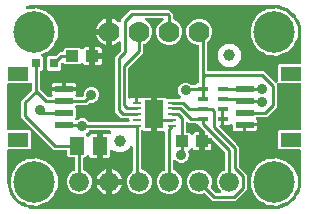
<source format=gbr>
G04 EAGLE Gerber RS-274X export*
G75*
%MOMM*%
%FSLAX34Y34*%
%LPD*%
%INTop Copper*%
%IPPOS*%
%AMOC8*
5,1,8,0,0,1.08239X$1,22.5*%
G01*
%ADD10R,1.075000X1.000000*%
%ADD11R,1.240000X1.500000*%
%ADD12C,1.778000*%
%ADD13C,1.676400*%
%ADD14C,3.516000*%
%ADD15R,1.550000X0.600000*%
%ADD16R,1.800000X1.200000*%
%ADD17R,0.900000X0.450000*%
%ADD18C,1.000000*%
%ADD19R,0.800000X0.800000*%
%ADD20R,0.800000X0.250000*%
%ADD21R,1.580000X2.350000*%
%ADD22C,0.254000*%
%ADD23C,0.906400*%

G36*
X228622Y2543D02*
X228622Y2543D01*
X228700Y2545D01*
X232077Y2810D01*
X232145Y2824D01*
X232214Y2829D01*
X232370Y2869D01*
X238794Y4956D01*
X238901Y5006D01*
X239012Y5050D01*
X239063Y5083D01*
X239082Y5091D01*
X239097Y5104D01*
X239148Y5136D01*
X244612Y9107D01*
X244699Y9188D01*
X244746Y9227D01*
X244752Y9231D01*
X244753Y9233D01*
X244791Y9264D01*
X244829Y9310D01*
X244844Y9324D01*
X244855Y9341D01*
X244893Y9387D01*
X246586Y11717D01*
X246599Y11741D01*
X246616Y11761D01*
X246675Y11879D01*
X246739Y11996D01*
X246746Y12022D01*
X246758Y12046D01*
X246785Y12174D01*
X246799Y12185D01*
X246823Y12196D01*
X246925Y12281D01*
X247031Y12361D01*
X247048Y12382D01*
X247068Y12398D01*
X247171Y12522D01*
X248864Y14852D01*
X248921Y14956D01*
X248985Y15056D01*
X249007Y15113D01*
X249017Y15131D01*
X249022Y15151D01*
X249044Y15206D01*
X251131Y21630D01*
X251144Y21698D01*
X251167Y21764D01*
X251190Y21923D01*
X251455Y25300D01*
X251455Y25304D01*
X251456Y25307D01*
X251455Y25326D01*
X251459Y25400D01*
X251459Y51598D01*
X251444Y51716D01*
X251437Y51835D01*
X251424Y51873D01*
X251419Y51914D01*
X251376Y52024D01*
X251339Y52137D01*
X251317Y52172D01*
X251302Y52209D01*
X251233Y52305D01*
X251169Y52406D01*
X251139Y52434D01*
X251116Y52467D01*
X251024Y52543D01*
X250937Y52624D01*
X250902Y52644D01*
X250871Y52669D01*
X250763Y52720D01*
X250659Y52778D01*
X250619Y52788D01*
X250583Y52805D01*
X250466Y52827D01*
X250351Y52857D01*
X250291Y52861D01*
X250271Y52865D01*
X250250Y52863D01*
X250190Y52867D01*
X232618Y52867D01*
X231427Y54058D01*
X231427Y67742D01*
X232618Y68933D01*
X250190Y68933D01*
X250308Y68948D01*
X250427Y68955D01*
X250465Y68968D01*
X250506Y68973D01*
X250616Y69016D01*
X250729Y69053D01*
X250764Y69075D01*
X250801Y69090D01*
X250897Y69159D01*
X250998Y69223D01*
X251026Y69253D01*
X251059Y69276D01*
X251135Y69368D01*
X251216Y69455D01*
X251236Y69490D01*
X251261Y69521D01*
X251312Y69629D01*
X251370Y69733D01*
X251380Y69773D01*
X251397Y69809D01*
X251419Y69926D01*
X251449Y70041D01*
X251453Y70101D01*
X251457Y70121D01*
X251455Y70142D01*
X251459Y70202D01*
X251459Y107598D01*
X251444Y107716D01*
X251437Y107835D01*
X251424Y107873D01*
X251419Y107914D01*
X251376Y108024D01*
X251339Y108137D01*
X251317Y108172D01*
X251302Y108209D01*
X251233Y108305D01*
X251169Y108406D01*
X251139Y108434D01*
X251116Y108467D01*
X251024Y108543D01*
X250937Y108624D01*
X250902Y108644D01*
X250871Y108669D01*
X250763Y108720D01*
X250659Y108778D01*
X250619Y108788D01*
X250583Y108805D01*
X250466Y108827D01*
X250351Y108857D01*
X250291Y108861D01*
X250271Y108865D01*
X250250Y108863D01*
X250190Y108867D01*
X232566Y108867D01*
X232564Y108868D01*
X232548Y108881D01*
X232420Y108936D01*
X232295Y108995D01*
X232275Y108999D01*
X232256Y109007D01*
X232119Y109029D01*
X231982Y109055D01*
X231962Y109054D01*
X231942Y109057D01*
X231804Y109044D01*
X231665Y109035D01*
X231646Y109029D01*
X231626Y109027D01*
X231495Y108980D01*
X231363Y108937D01*
X231345Y108926D01*
X231326Y108920D01*
X231212Y108842D01*
X231094Y108767D01*
X231080Y108752D01*
X231063Y108741D01*
X230971Y108637D01*
X230876Y108535D01*
X230866Y108518D01*
X230853Y108503D01*
X230789Y108379D01*
X230722Y108257D01*
X230717Y108237D01*
X230708Y108219D01*
X230678Y108083D01*
X230643Y107949D01*
X230641Y107921D01*
X230638Y107909D01*
X230639Y107888D01*
X230633Y107788D01*
X230633Y88802D01*
X222428Y80597D01*
X214308Y80597D01*
X214210Y80585D01*
X214111Y80582D01*
X214052Y80565D01*
X213992Y80557D01*
X213900Y80521D01*
X213805Y80493D01*
X213753Y80463D01*
X213697Y80440D01*
X213616Y80382D01*
X213531Y80332D01*
X213456Y80266D01*
X213439Y80254D01*
X213431Y80244D01*
X213410Y80226D01*
X213341Y80157D01*
X213268Y80063D01*
X213190Y79973D01*
X213171Y79937D01*
X213146Y79905D01*
X213099Y79796D01*
X213045Y79690D01*
X213036Y79651D01*
X213020Y79614D01*
X213001Y79496D01*
X212975Y79380D01*
X212977Y79340D01*
X212970Y79299D01*
X212981Y79181D01*
X212985Y79062D01*
X212996Y79023D01*
X213000Y78983D01*
X213040Y78871D01*
X213073Y78756D01*
X213094Y78722D01*
X213108Y78684D01*
X213155Y78614D01*
X213160Y78605D01*
X213578Y77881D01*
X213751Y77234D01*
X213751Y75399D01*
X203690Y75399D01*
X203572Y75384D01*
X203453Y75377D01*
X203415Y75364D01*
X203375Y75359D01*
X203264Y75316D01*
X203151Y75279D01*
X203117Y75257D01*
X203079Y75242D01*
X202983Y75173D01*
X202882Y75109D01*
X202854Y75079D01*
X202822Y75056D01*
X202746Y74964D01*
X202664Y74877D01*
X202645Y74842D01*
X202619Y74811D01*
X202599Y74768D01*
X202522Y74712D01*
X202422Y74649D01*
X202394Y74619D01*
X202361Y74595D01*
X202285Y74504D01*
X202204Y74417D01*
X202184Y74382D01*
X202159Y74350D01*
X202108Y74243D01*
X202050Y74138D01*
X202040Y74099D01*
X202023Y74063D01*
X202001Y73946D01*
X201971Y73830D01*
X201967Y73770D01*
X201963Y73750D01*
X201965Y73730D01*
X201961Y73670D01*
X201961Y68359D01*
X195376Y68359D01*
X194729Y68532D01*
X194150Y68867D01*
X193677Y69340D01*
X193342Y69919D01*
X193169Y70566D01*
X193169Y73172D01*
X193152Y73310D01*
X193139Y73449D01*
X193132Y73468D01*
X193129Y73487D01*
X193078Y73617D01*
X193031Y73748D01*
X193020Y73765D01*
X193012Y73783D01*
X192931Y73896D01*
X192852Y74011D01*
X192837Y74024D01*
X192826Y74040D01*
X192718Y74130D01*
X192614Y74222D01*
X192596Y74231D01*
X192581Y74243D01*
X192454Y74303D01*
X192330Y74366D01*
X192311Y74370D01*
X192293Y74379D01*
X192156Y74405D01*
X192020Y74435D01*
X192000Y74435D01*
X191981Y74439D01*
X191841Y74430D01*
X191702Y74426D01*
X191683Y74420D01*
X191663Y74419D01*
X191531Y74376D01*
X191397Y74337D01*
X191380Y74327D01*
X191361Y74321D01*
X191243Y74246D01*
X191155Y74194D01*
X190511Y73822D01*
X189864Y73649D01*
X186299Y73649D01*
X186299Y78440D01*
X186299Y87440D01*
X186284Y87558D01*
X186277Y87677D01*
X186265Y87715D01*
X186260Y87755D01*
X186216Y87866D01*
X186179Y87979D01*
X186157Y88013D01*
X186143Y88051D01*
X186073Y88147D01*
X186009Y88248D01*
X185979Y88276D01*
X185956Y88308D01*
X185864Y88384D01*
X185777Y88466D01*
X185742Y88485D01*
X185711Y88511D01*
X185603Y88562D01*
X185499Y88619D01*
X185460Y88629D01*
X185423Y88647D01*
X185306Y88669D01*
X185191Y88699D01*
X185131Y88703D01*
X185111Y88706D01*
X185110Y88706D01*
X185090Y88705D01*
X185030Y88709D01*
X184912Y88694D01*
X184793Y88687D01*
X184754Y88674D01*
X184714Y88669D01*
X184604Y88625D01*
X184490Y88589D01*
X184456Y88567D01*
X184419Y88552D01*
X184322Y88482D01*
X184222Y88418D01*
X184194Y88389D01*
X184161Y88365D01*
X184085Y88273D01*
X184004Y88187D01*
X183984Y88151D01*
X183958Y88120D01*
X183908Y88013D01*
X183850Y87908D01*
X183840Y87869D01*
X183823Y87833D01*
X183801Y87716D01*
X183771Y87600D01*
X183767Y87540D01*
X183763Y87520D01*
X183764Y87500D01*
X183761Y87440D01*
X183761Y78440D01*
X183761Y73649D01*
X183122Y73649D01*
X182984Y73632D01*
X182845Y73619D01*
X182826Y73612D01*
X182806Y73609D01*
X182677Y73558D01*
X182546Y73511D01*
X182529Y73500D01*
X182510Y73492D01*
X182398Y73411D01*
X182283Y73333D01*
X182269Y73317D01*
X182253Y73306D01*
X182164Y73198D01*
X182072Y73094D01*
X182063Y73076D01*
X182050Y73061D01*
X181991Y72935D01*
X181928Y72811D01*
X181923Y72791D01*
X181915Y72773D01*
X181889Y72637D01*
X181858Y72501D01*
X181859Y72480D01*
X181855Y72461D01*
X181863Y72322D01*
X181868Y72183D01*
X181873Y72163D01*
X181875Y72143D01*
X181917Y72011D01*
X181956Y71877D01*
X181966Y71860D01*
X181973Y71841D01*
X182047Y71723D01*
X182118Y71603D01*
X182136Y71582D01*
X182143Y71572D01*
X182158Y71558D01*
X182224Y71483D01*
X196068Y57638D01*
X198375Y55332D01*
X198375Y39245D01*
X198387Y39147D01*
X198390Y39048D01*
X198407Y38990D01*
X198415Y38930D01*
X198451Y38838D01*
X198479Y38743D01*
X198509Y38691D01*
X198532Y38634D01*
X198590Y38554D01*
X198640Y38469D01*
X198706Y38393D01*
X198718Y38377D01*
X198728Y38369D01*
X198746Y38348D01*
X205487Y31608D01*
X205487Y19192D01*
X195692Y9397D01*
X176432Y9397D01*
X174126Y11703D01*
X174126Y11704D01*
X170368Y15461D01*
X170345Y15479D01*
X170326Y15502D01*
X170220Y15576D01*
X170117Y15656D01*
X170090Y15668D01*
X170066Y15685D01*
X169944Y15731D01*
X169825Y15782D01*
X169796Y15787D01*
X169768Y15798D01*
X169639Y15812D01*
X169511Y15832D01*
X169481Y15830D01*
X169452Y15833D01*
X169324Y15815D01*
X169194Y15803D01*
X169166Y15793D01*
X169137Y15788D01*
X168985Y15736D01*
X167172Y14985D01*
X163028Y14985D01*
X159201Y16571D01*
X156271Y19501D01*
X154685Y23328D01*
X154685Y27472D01*
X156271Y31299D01*
X159201Y34229D01*
X163028Y35815D01*
X167172Y35815D01*
X170999Y34229D01*
X173929Y31299D01*
X175515Y27472D01*
X175515Y23328D01*
X174764Y21515D01*
X174756Y21487D01*
X174742Y21460D01*
X174714Y21334D01*
X174680Y21208D01*
X174679Y21179D01*
X174673Y21150D01*
X174677Y21020D01*
X174675Y20890D01*
X174682Y20862D01*
X174682Y20832D01*
X174719Y20708D01*
X174749Y20581D01*
X174763Y20555D01*
X174771Y20527D01*
X174837Y20415D01*
X174898Y20300D01*
X174917Y20278D01*
X174932Y20253D01*
X175039Y20132D01*
X178796Y16374D01*
X178875Y16314D01*
X178947Y16246D01*
X179000Y16217D01*
X179048Y16180D01*
X179139Y16140D01*
X179225Y16092D01*
X179284Y16077D01*
X179339Y16053D01*
X179437Y16038D01*
X179533Y16013D01*
X179633Y16007D01*
X179653Y16003D01*
X179666Y16005D01*
X179694Y16003D01*
X182104Y16003D01*
X182242Y16020D01*
X182381Y16033D01*
X182400Y16040D01*
X182420Y16043D01*
X182549Y16094D01*
X182680Y16141D01*
X182697Y16152D01*
X182716Y16160D01*
X182828Y16241D01*
X182943Y16319D01*
X182957Y16335D01*
X182973Y16346D01*
X183062Y16454D01*
X183154Y16558D01*
X183163Y16576D01*
X183176Y16591D01*
X183235Y16717D01*
X183298Y16841D01*
X183303Y16861D01*
X183311Y16879D01*
X183337Y17016D01*
X183368Y17151D01*
X183367Y17172D01*
X183371Y17191D01*
X183362Y17330D01*
X183358Y17469D01*
X183353Y17489D01*
X183351Y17509D01*
X183309Y17641D01*
X183270Y17775D01*
X183260Y17792D01*
X183253Y17811D01*
X183179Y17929D01*
X183108Y18049D01*
X183090Y18070D01*
X183083Y18080D01*
X183068Y18094D01*
X183002Y18169D01*
X181671Y19501D01*
X180085Y23328D01*
X180085Y27472D01*
X181671Y31299D01*
X184601Y34229D01*
X186414Y34980D01*
X186439Y34995D01*
X186467Y35004D01*
X186577Y35073D01*
X186690Y35138D01*
X186711Y35158D01*
X186736Y35174D01*
X186825Y35269D01*
X186918Y35359D01*
X186934Y35384D01*
X186954Y35406D01*
X187017Y35520D01*
X187085Y35630D01*
X187093Y35658D01*
X187108Y35684D01*
X187140Y35810D01*
X187178Y35934D01*
X187180Y35964D01*
X187187Y35992D01*
X187197Y36153D01*
X187197Y50176D01*
X187185Y50274D01*
X187182Y50373D01*
X187165Y50432D01*
X187157Y50492D01*
X187121Y50584D01*
X187093Y50679D01*
X187063Y50731D01*
X187040Y50787D01*
X186982Y50867D01*
X186932Y50953D01*
X186866Y51028D01*
X186854Y51045D01*
X186844Y51053D01*
X186826Y51074D01*
X176082Y61818D01*
X176003Y61878D01*
X175931Y61946D01*
X175878Y61975D01*
X175830Y62012D01*
X175739Y62052D01*
X175653Y62100D01*
X175594Y62115D01*
X175539Y62139D01*
X175441Y62154D01*
X175345Y62179D01*
X175245Y62185D01*
X175224Y62189D01*
X175212Y62187D01*
X175184Y62189D01*
X169749Y62189D01*
X169749Y67624D01*
X169737Y67722D01*
X169734Y67821D01*
X169717Y67880D01*
X169709Y67940D01*
X169673Y68032D01*
X169645Y68127D01*
X169615Y68179D01*
X169592Y68235D01*
X169534Y68315D01*
X169484Y68401D01*
X169418Y68476D01*
X169406Y68493D01*
X169396Y68501D01*
X169378Y68522D01*
X164682Y73217D01*
X164644Y73314D01*
X164607Y73427D01*
X164585Y73462D01*
X164570Y73499D01*
X164501Y73595D01*
X164437Y73696D01*
X164407Y73724D01*
X164384Y73757D01*
X164292Y73833D01*
X164205Y73914D01*
X164170Y73934D01*
X164139Y73959D01*
X164031Y74010D01*
X163927Y74068D01*
X163887Y74078D01*
X163851Y74095D01*
X163734Y74117D01*
X163619Y74147D01*
X163559Y74151D01*
X163539Y74155D01*
X163518Y74153D01*
X163458Y74157D01*
X162688Y74157D01*
X162080Y74766D01*
X162001Y74826D01*
X161929Y74894D01*
X161876Y74923D01*
X161828Y74960D01*
X161738Y75000D01*
X161651Y75048D01*
X161592Y75063D01*
X161537Y75087D01*
X161439Y75102D01*
X161343Y75127D01*
X161243Y75133D01*
X161223Y75137D01*
X161210Y75135D01*
X161182Y75137D01*
X156412Y75137D01*
X155719Y75830D01*
X155625Y75903D01*
X155613Y75914D01*
X155606Y75918D01*
X155503Y76004D01*
X155484Y76012D01*
X155468Y76025D01*
X155341Y76080D01*
X155215Y76139D01*
X155195Y76143D01*
X155176Y76151D01*
X155038Y76173D01*
X154902Y76199D01*
X154882Y76198D01*
X154862Y76201D01*
X154723Y76188D01*
X154585Y76179D01*
X154566Y76173D01*
X154546Y76171D01*
X154414Y76124D01*
X154283Y76081D01*
X154265Y76070D01*
X154246Y76063D01*
X154131Y75985D01*
X154014Y75911D01*
X154000Y75896D01*
X153983Y75885D01*
X153891Y75781D01*
X153796Y75679D01*
X153786Y75662D01*
X153773Y75646D01*
X153710Y75523D01*
X153642Y75401D01*
X153637Y75381D01*
X153628Y75363D01*
X153598Y75227D01*
X153563Y75093D01*
X153561Y75065D01*
X153558Y75053D01*
X153559Y75032D01*
X153553Y74932D01*
X153553Y67992D01*
X153568Y67874D01*
X153575Y67755D01*
X153588Y67717D01*
X153593Y67676D01*
X153636Y67566D01*
X153673Y67453D01*
X153695Y67418D01*
X153710Y67381D01*
X153779Y67285D01*
X153843Y67184D01*
X153873Y67156D01*
X153896Y67123D01*
X153988Y67047D01*
X154075Y66966D01*
X154110Y66946D01*
X154141Y66921D01*
X154249Y66870D01*
X154353Y66812D01*
X154393Y66802D01*
X154429Y66785D01*
X154546Y66763D01*
X154661Y66733D01*
X154721Y66729D01*
X154741Y66725D01*
X154762Y66727D01*
X154822Y66723D01*
X156467Y66723D01*
X157610Y65580D01*
X157709Y65503D01*
X157804Y65420D01*
X157835Y65405D01*
X157861Y65385D01*
X157977Y65335D01*
X158089Y65279D01*
X158122Y65272D01*
X158153Y65258D01*
X158277Y65239D01*
X158400Y65212D01*
X158434Y65214D01*
X158467Y65209D01*
X158593Y65220D01*
X158718Y65226D01*
X158750Y65235D01*
X158784Y65238D01*
X158902Y65281D01*
X159023Y65317D01*
X159051Y65335D01*
X159083Y65346D01*
X159187Y65417D01*
X159295Y65482D01*
X159318Y65506D01*
X159346Y65525D01*
X159430Y65619D01*
X159518Y65709D01*
X159544Y65749D01*
X159557Y65763D01*
X159567Y65782D01*
X159607Y65843D01*
X159842Y66250D01*
X160315Y66723D01*
X160894Y67058D01*
X161541Y67231D01*
X164751Y67231D01*
X164751Y60920D01*
X164766Y60802D01*
X164773Y60683D01*
X164785Y60645D01*
X164791Y60605D01*
X164834Y60494D01*
X164871Y60381D01*
X164893Y60347D01*
X164908Y60309D01*
X164977Y60213D01*
X165041Y60112D01*
X165071Y60084D01*
X165094Y60052D01*
X165186Y59976D01*
X165273Y59894D01*
X165308Y59875D01*
X165339Y59849D01*
X165447Y59798D01*
X165551Y59741D01*
X165591Y59731D01*
X165627Y59713D01*
X165734Y59693D01*
X165704Y59689D01*
X165594Y59645D01*
X165481Y59609D01*
X165446Y59587D01*
X165409Y59572D01*
X165312Y59502D01*
X165212Y59439D01*
X165184Y59409D01*
X165151Y59385D01*
X165075Y59294D01*
X164994Y59207D01*
X164974Y59172D01*
X164949Y59140D01*
X164898Y59033D01*
X164840Y58928D01*
X164830Y58889D01*
X164813Y58853D01*
X164791Y58736D01*
X164761Y58620D01*
X164757Y58560D01*
X164753Y58540D01*
X164755Y58520D01*
X164751Y58460D01*
X164751Y52149D01*
X161541Y52149D01*
X160894Y52322D01*
X160315Y52657D01*
X159842Y53130D01*
X159607Y53537D01*
X159531Y53637D01*
X159460Y53742D01*
X159435Y53764D01*
X159414Y53791D01*
X159316Y53869D01*
X159222Y53952D01*
X159192Y53967D01*
X159165Y53988D01*
X159050Y54039D01*
X158938Y54097D01*
X158906Y54104D01*
X158875Y54118D01*
X158751Y54139D01*
X158628Y54166D01*
X158594Y54165D01*
X158561Y54171D01*
X158436Y54160D01*
X158310Y54157D01*
X158278Y54147D01*
X158244Y54144D01*
X158126Y54103D01*
X158005Y54068D01*
X157976Y54051D01*
X157944Y54040D01*
X157839Y53970D01*
X157731Y53907D01*
X157694Y53874D01*
X157679Y53864D01*
X157664Y53848D01*
X157610Y53800D01*
X156131Y52322D01*
X156113Y52298D01*
X156091Y52279D01*
X156016Y52173D01*
X155936Y52070D01*
X155925Y52043D01*
X155908Y52019D01*
X155862Y51898D01*
X155810Y51778D01*
X155805Y51749D01*
X155795Y51722D01*
X155781Y51593D01*
X155760Y51464D01*
X155763Y51435D01*
X155760Y51406D01*
X155778Y51277D01*
X155790Y51148D01*
X155800Y51120D01*
X155804Y51091D01*
X155856Y50938D01*
X156425Y49566D01*
X156425Y46954D01*
X155425Y44541D01*
X153579Y42695D01*
X151166Y41695D01*
X148554Y41695D01*
X146141Y42695D01*
X144929Y43907D01*
X144820Y43992D01*
X144713Y44080D01*
X144694Y44089D01*
X144678Y44102D01*
X144551Y44157D01*
X144425Y44216D01*
X144405Y44220D01*
X144386Y44228D01*
X144248Y44250D01*
X144112Y44276D01*
X144092Y44275D01*
X144072Y44278D01*
X143933Y44265D01*
X143795Y44256D01*
X143776Y44250D01*
X143756Y44248D01*
X143624Y44201D01*
X143493Y44158D01*
X143475Y44147D01*
X143456Y44140D01*
X143341Y44062D01*
X143224Y43988D01*
X143210Y43973D01*
X143193Y43962D01*
X143101Y43857D01*
X143006Y43756D01*
X142996Y43739D01*
X142983Y43723D01*
X142919Y43599D01*
X142852Y43478D01*
X142847Y43458D01*
X142838Y43440D01*
X142808Y43304D01*
X142773Y43170D01*
X142771Y43142D01*
X142768Y43130D01*
X142769Y43109D01*
X142763Y43009D01*
X142763Y36252D01*
X142766Y36223D01*
X142764Y36194D01*
X142786Y36065D01*
X142803Y35937D01*
X142813Y35909D01*
X142818Y35880D01*
X142872Y35762D01*
X142920Y35641D01*
X142937Y35617D01*
X142949Y35590D01*
X143030Y35489D01*
X143106Y35384D01*
X143129Y35365D01*
X143148Y35342D01*
X143251Y35264D01*
X143351Y35181D01*
X143378Y35168D01*
X143402Y35151D01*
X143546Y35080D01*
X145599Y34229D01*
X148529Y31299D01*
X150115Y27472D01*
X150115Y23328D01*
X148529Y19501D01*
X145599Y16571D01*
X141772Y14985D01*
X137628Y14985D01*
X133801Y16571D01*
X130871Y19501D01*
X129285Y23328D01*
X129285Y27472D01*
X130871Y31299D01*
X133801Y34229D01*
X135374Y34881D01*
X135399Y34895D01*
X135427Y34905D01*
X135537Y34974D01*
X135650Y35038D01*
X135671Y35059D01*
X135696Y35075D01*
X135785Y35169D01*
X135878Y35260D01*
X135894Y35285D01*
X135914Y35306D01*
X135977Y35420D01*
X136045Y35531D01*
X136053Y35559D01*
X136068Y35585D01*
X136100Y35711D01*
X136138Y35835D01*
X136140Y35864D01*
X136147Y35893D01*
X136157Y36053D01*
X136157Y66990D01*
X136142Y67108D01*
X136135Y67227D01*
X136122Y67265D01*
X136117Y67306D01*
X136074Y67416D01*
X136037Y67529D01*
X136015Y67564D01*
X136000Y67601D01*
X135931Y67697D01*
X135867Y67798D01*
X135837Y67826D01*
X135814Y67859D01*
X135722Y67935D01*
X135635Y68016D01*
X135600Y68036D01*
X135569Y68061D01*
X135461Y68112D01*
X135357Y68170D01*
X135317Y68180D01*
X135281Y68197D01*
X135164Y68219D01*
X135049Y68249D01*
X134989Y68253D01*
X134969Y68257D01*
X134948Y68255D01*
X134888Y68259D01*
X129539Y68259D01*
X129539Y81280D01*
X129524Y81398D01*
X129517Y81517D01*
X129504Y81555D01*
X129499Y81595D01*
X129455Y81706D01*
X129419Y81819D01*
X129397Y81854D01*
X129382Y81891D01*
X129312Y81987D01*
X129249Y82088D01*
X129219Y82116D01*
X129195Y82148D01*
X129104Y82224D01*
X129017Y82306D01*
X128982Y82325D01*
X128950Y82351D01*
X128843Y82402D01*
X128739Y82459D01*
X128699Y82470D01*
X128663Y82487D01*
X128546Y82509D01*
X128431Y82539D01*
X128370Y82543D01*
X128350Y82547D01*
X128330Y82545D01*
X128270Y82549D01*
X125730Y82549D01*
X125612Y82534D01*
X125493Y82527D01*
X125455Y82514D01*
X125415Y82509D01*
X125304Y82465D01*
X125191Y82429D01*
X125156Y82407D01*
X125119Y82392D01*
X125023Y82322D01*
X124922Y82259D01*
X124894Y82229D01*
X124861Y82205D01*
X124786Y82114D01*
X124704Y82027D01*
X124684Y81992D01*
X124659Y81960D01*
X124608Y81853D01*
X124550Y81749D01*
X124540Y81709D01*
X124523Y81673D01*
X124501Y81556D01*
X124471Y81441D01*
X124467Y81380D01*
X124463Y81360D01*
X124465Y81340D01*
X124461Y81280D01*
X124461Y68259D01*
X118766Y68259D01*
X118119Y68432D01*
X117540Y68767D01*
X117470Y68837D01*
X117360Y68922D01*
X117253Y69011D01*
X117234Y69020D01*
X117218Y69032D01*
X117090Y69088D01*
X116965Y69147D01*
X116945Y69151D01*
X116926Y69159D01*
X116789Y69181D01*
X116652Y69207D01*
X116632Y69205D01*
X116612Y69209D01*
X116474Y69196D01*
X116335Y69187D01*
X116316Y69181D01*
X116296Y69179D01*
X116165Y69132D01*
X116033Y69089D01*
X116015Y69078D01*
X115996Y69071D01*
X115882Y68993D01*
X115764Y68919D01*
X115750Y68904D01*
X115733Y68893D01*
X115641Y68788D01*
X115546Y68687D01*
X115536Y68669D01*
X115523Y68654D01*
X115459Y68530D01*
X115392Y68409D01*
X115387Y68389D01*
X115378Y68371D01*
X115348Y68235D01*
X115313Y68101D01*
X115311Y68073D01*
X115308Y68061D01*
X115309Y68040D01*
X115303Y67940D01*
X115303Y37084D01*
X115318Y36966D01*
X115325Y36847D01*
X115338Y36809D01*
X115343Y36768D01*
X115386Y36658D01*
X115423Y36545D01*
X115445Y36510D01*
X115460Y36473D01*
X115529Y36377D01*
X115593Y36276D01*
X115623Y36248D01*
X115646Y36215D01*
X115738Y36139D01*
X115825Y36058D01*
X115860Y36038D01*
X115891Y36013D01*
X115999Y35962D01*
X116103Y35904D01*
X116143Y35894D01*
X116179Y35877D01*
X116257Y35862D01*
X120199Y34229D01*
X123129Y31299D01*
X124715Y27472D01*
X124715Y23328D01*
X123129Y19501D01*
X120199Y16571D01*
X116372Y14985D01*
X112228Y14985D01*
X108401Y16571D01*
X105471Y19501D01*
X103885Y23328D01*
X103885Y27472D01*
X105471Y31299D01*
X108326Y34154D01*
X108386Y34232D01*
X108454Y34305D01*
X108483Y34358D01*
X108520Y34405D01*
X108560Y34496D01*
X108608Y34583D01*
X108623Y34642D01*
X108647Y34697D01*
X108662Y34795D01*
X108687Y34891D01*
X108693Y34991D01*
X108697Y35011D01*
X108695Y35024D01*
X108697Y35052D01*
X108697Y54479D01*
X108679Y54623D01*
X108664Y54768D01*
X108659Y54781D01*
X108657Y54794D01*
X108604Y54929D01*
X108553Y55066D01*
X108545Y55077D01*
X108540Y55090D01*
X108455Y55207D01*
X108372Y55327D01*
X108361Y55336D01*
X108354Y55347D01*
X108242Y55440D01*
X108131Y55535D01*
X108119Y55541D01*
X108109Y55550D01*
X107977Y55612D01*
X107846Y55677D01*
X107833Y55680D01*
X107821Y55686D01*
X107679Y55713D01*
X107535Y55743D01*
X107522Y55743D01*
X107509Y55745D01*
X107364Y55736D01*
X107218Y55730D01*
X107205Y55726D01*
X107191Y55726D01*
X107053Y55681D01*
X106913Y55639D01*
X106901Y55632D01*
X106889Y55628D01*
X106766Y55550D01*
X106641Y55474D01*
X106631Y55465D01*
X106620Y55457D01*
X106520Y55351D01*
X106418Y55247D01*
X106408Y55232D01*
X106402Y55226D01*
X106394Y55211D01*
X106329Y55113D01*
X105111Y53004D01*
X100470Y50324D01*
X95110Y50324D01*
X91265Y52545D01*
X91142Y52596D01*
X91023Y52652D01*
X90996Y52657D01*
X90971Y52668D01*
X90840Y52687D01*
X90710Y52712D01*
X90684Y52710D01*
X90657Y52714D01*
X90525Y52701D01*
X90393Y52692D01*
X90367Y52684D01*
X90341Y52681D01*
X90216Y52635D01*
X90091Y52594D01*
X90068Y52580D01*
X90042Y52570D01*
X89934Y52495D01*
X89822Y52424D01*
X89803Y52404D01*
X89781Y52389D01*
X89695Y52289D01*
X89604Y52193D01*
X89591Y52169D01*
X89573Y52148D01*
X89514Y52030D01*
X89450Y51914D01*
X89444Y51888D01*
X89432Y51864D01*
X89404Y51734D01*
X89371Y51606D01*
X89369Y51568D01*
X89365Y51553D01*
X89366Y51531D01*
X89361Y51445D01*
X89361Y48046D01*
X89188Y47399D01*
X88853Y46820D01*
X88380Y46347D01*
X87801Y46012D01*
X87154Y45839D01*
X83159Y45839D01*
X83159Y54610D01*
X83144Y54728D01*
X83137Y54847D01*
X83124Y54885D01*
X83119Y54925D01*
X83075Y55036D01*
X83039Y55149D01*
X83017Y55184D01*
X83002Y55221D01*
X82932Y55317D01*
X82869Y55418D01*
X82839Y55446D01*
X82815Y55478D01*
X82724Y55554D01*
X82637Y55636D01*
X82602Y55655D01*
X82570Y55681D01*
X82463Y55732D01*
X82359Y55789D01*
X82319Y55800D01*
X82283Y55817D01*
X82166Y55839D01*
X82051Y55869D01*
X81990Y55873D01*
X81970Y55877D01*
X81950Y55875D01*
X81890Y55879D01*
X79350Y55879D01*
X79232Y55864D01*
X79113Y55857D01*
X79075Y55844D01*
X79035Y55839D01*
X78924Y55795D01*
X78811Y55759D01*
X78776Y55737D01*
X78739Y55722D01*
X78643Y55652D01*
X78542Y55589D01*
X78514Y55559D01*
X78481Y55535D01*
X78406Y55444D01*
X78324Y55357D01*
X78304Y55322D01*
X78279Y55290D01*
X78228Y55183D01*
X78170Y55079D01*
X78160Y55039D01*
X78143Y55003D01*
X78121Y54886D01*
X78091Y54771D01*
X78087Y54710D01*
X78083Y54690D01*
X78085Y54670D01*
X78084Y54666D01*
X78083Y54660D01*
X78084Y54655D01*
X78081Y54610D01*
X78081Y45839D01*
X74086Y45839D01*
X73439Y46012D01*
X72860Y46347D01*
X72387Y46820D01*
X72024Y47449D01*
X71948Y47549D01*
X71877Y47653D01*
X71852Y47676D01*
X71831Y47703D01*
X71733Y47781D01*
X71639Y47864D01*
X71609Y47879D01*
X71582Y47900D01*
X71467Y47951D01*
X71355Y48009D01*
X71322Y48016D01*
X71292Y48030D01*
X71167Y48051D01*
X71045Y48078D01*
X71011Y48077D01*
X70978Y48083D01*
X70853Y48072D01*
X70727Y48069D01*
X70695Y48059D01*
X70661Y48056D01*
X70542Y48015D01*
X70422Y47980D01*
X70393Y47963D01*
X70361Y47952D01*
X70256Y47882D01*
X70148Y47819D01*
X70111Y47786D01*
X70096Y47776D01*
X70081Y47760D01*
X70027Y47712D01*
X68662Y46347D01*
X68072Y46347D01*
X67954Y46332D01*
X67835Y46325D01*
X67797Y46312D01*
X67756Y46307D01*
X67646Y46264D01*
X67533Y46227D01*
X67498Y46205D01*
X67461Y46190D01*
X67365Y46121D01*
X67264Y46057D01*
X67236Y46027D01*
X67203Y46004D01*
X67127Y45912D01*
X67046Y45825D01*
X67026Y45790D01*
X67001Y45759D01*
X66950Y45651D01*
X66892Y45547D01*
X66882Y45507D01*
X66865Y45471D01*
X66843Y45354D01*
X66813Y45239D01*
X66809Y45179D01*
X66805Y45159D01*
X66807Y45138D01*
X66803Y45078D01*
X66803Y36153D01*
X66806Y36124D01*
X66804Y36094D01*
X66826Y35966D01*
X66843Y35837D01*
X66853Y35810D01*
X66858Y35781D01*
X66912Y35662D01*
X66960Y35542D01*
X66977Y35518D01*
X66989Y35491D01*
X67070Y35389D01*
X67146Y35284D01*
X67169Y35265D01*
X67188Y35242D01*
X67291Y35164D01*
X67391Y35081D01*
X67418Y35069D01*
X67442Y35051D01*
X67586Y34980D01*
X69399Y34229D01*
X72329Y31299D01*
X73915Y27472D01*
X73915Y23328D01*
X72329Y19501D01*
X69399Y16571D01*
X65572Y14985D01*
X61428Y14985D01*
X57601Y16571D01*
X54671Y19501D01*
X53085Y23328D01*
X53085Y27472D01*
X54671Y31299D01*
X57601Y34229D01*
X59414Y34980D01*
X59439Y34995D01*
X59467Y35004D01*
X59577Y35073D01*
X59690Y35138D01*
X59711Y35158D01*
X59736Y35174D01*
X59825Y35269D01*
X59918Y35359D01*
X59934Y35384D01*
X59954Y35406D01*
X60017Y35520D01*
X60085Y35630D01*
X60093Y35658D01*
X60108Y35684D01*
X60140Y35810D01*
X60178Y35934D01*
X60180Y35964D01*
X60187Y35992D01*
X60197Y36153D01*
X60197Y45078D01*
X60182Y45196D01*
X60175Y45315D01*
X60162Y45353D01*
X60157Y45394D01*
X60114Y45504D01*
X60077Y45617D01*
X60055Y45652D01*
X60040Y45689D01*
X59971Y45785D01*
X59907Y45886D01*
X59877Y45914D01*
X59854Y45947D01*
X59762Y46023D01*
X59675Y46104D01*
X59640Y46124D01*
X59609Y46149D01*
X59501Y46200D01*
X59397Y46258D01*
X59357Y46268D01*
X59321Y46285D01*
X59204Y46307D01*
X59089Y46337D01*
X59029Y46341D01*
X59009Y46345D01*
X58988Y46343D01*
X58928Y46347D01*
X54578Y46347D01*
X53387Y47538D01*
X53387Y51308D01*
X53372Y51426D01*
X53365Y51545D01*
X53352Y51583D01*
X53347Y51624D01*
X53304Y51734D01*
X53267Y51847D01*
X53245Y51882D01*
X53230Y51919D01*
X53161Y52015D01*
X53097Y52116D01*
X53067Y52144D01*
X53044Y52177D01*
X52952Y52253D01*
X52865Y52334D01*
X52830Y52354D01*
X52799Y52379D01*
X52691Y52430D01*
X52587Y52488D01*
X52547Y52498D01*
X52511Y52515D01*
X52394Y52537D01*
X52279Y52567D01*
X52219Y52571D01*
X52199Y52575D01*
X52178Y52573D01*
X52118Y52577D01*
X41812Y52577D01*
X14477Y79912D01*
X14477Y94078D01*
X23116Y102716D01*
X23176Y102795D01*
X23244Y102867D01*
X23273Y102920D01*
X23310Y102968D01*
X23350Y103059D01*
X23398Y103145D01*
X23413Y103204D01*
X23437Y103259D01*
X23452Y103357D01*
X23477Y103453D01*
X23483Y103553D01*
X23487Y103574D01*
X23485Y103586D01*
X23487Y103614D01*
X23487Y107908D01*
X23470Y108046D01*
X23465Y108125D01*
X23461Y108137D01*
X23457Y108185D01*
X23450Y108204D01*
X23447Y108224D01*
X23396Y108353D01*
X23349Y108484D01*
X23338Y108501D01*
X23330Y108520D01*
X23249Y108632D01*
X23171Y108747D01*
X23155Y108760D01*
X23144Y108777D01*
X23036Y108866D01*
X22932Y108958D01*
X22914Y108967D01*
X22899Y108980D01*
X22773Y109039D01*
X22649Y109102D01*
X22629Y109107D01*
X22611Y109115D01*
X22475Y109141D01*
X22339Y109172D01*
X22318Y109171D01*
X22299Y109175D01*
X22160Y109166D01*
X22021Y109162D01*
X22001Y109157D01*
X21981Y109155D01*
X21849Y109112D01*
X21715Y109074D01*
X21698Y109063D01*
X21679Y109057D01*
X21594Y109004D01*
X21587Y109001D01*
X21569Y108988D01*
X21561Y108983D01*
X21441Y108912D01*
X21420Y108894D01*
X21410Y108887D01*
X21396Y108872D01*
X21390Y108867D01*
X3810Y108867D01*
X3692Y108852D01*
X3573Y108845D01*
X3535Y108832D01*
X3494Y108827D01*
X3384Y108784D01*
X3271Y108747D01*
X3236Y108725D01*
X3199Y108710D01*
X3103Y108641D01*
X3002Y108577D01*
X2974Y108547D01*
X2941Y108524D01*
X2865Y108432D01*
X2784Y108345D01*
X2764Y108310D01*
X2739Y108279D01*
X2688Y108171D01*
X2630Y108067D01*
X2620Y108027D01*
X2603Y107991D01*
X2581Y107874D01*
X2551Y107759D01*
X2547Y107699D01*
X2543Y107679D01*
X2545Y107658D01*
X2541Y107598D01*
X2541Y70202D01*
X2556Y70084D01*
X2563Y69965D01*
X2576Y69927D01*
X2581Y69886D01*
X2624Y69776D01*
X2661Y69663D01*
X2683Y69628D01*
X2698Y69591D01*
X2767Y69495D01*
X2831Y69394D01*
X2861Y69366D01*
X2884Y69333D01*
X2976Y69257D01*
X3063Y69176D01*
X3098Y69156D01*
X3129Y69131D01*
X3237Y69080D01*
X3341Y69022D01*
X3381Y69012D01*
X3417Y68995D01*
X3534Y68973D01*
X3649Y68943D01*
X3709Y68939D01*
X3729Y68935D01*
X3750Y68937D01*
X3810Y68933D01*
X21382Y68933D01*
X22573Y67742D01*
X22573Y54058D01*
X21382Y52867D01*
X3810Y52867D01*
X3692Y52852D01*
X3573Y52845D01*
X3535Y52832D01*
X3494Y52827D01*
X3384Y52784D01*
X3271Y52747D01*
X3236Y52725D01*
X3199Y52710D01*
X3103Y52641D01*
X3002Y52577D01*
X2974Y52547D01*
X2941Y52524D01*
X2865Y52432D01*
X2784Y52345D01*
X2764Y52310D01*
X2739Y52279D01*
X2688Y52171D01*
X2630Y52067D01*
X2620Y52027D01*
X2603Y51991D01*
X2581Y51874D01*
X2551Y51759D01*
X2547Y51699D01*
X2543Y51679D01*
X2545Y51658D01*
X2541Y51598D01*
X2541Y25400D01*
X2543Y25378D01*
X2545Y25300D01*
X2810Y21923D01*
X2824Y21855D01*
X2829Y21786D01*
X2869Y21630D01*
X4956Y15206D01*
X5006Y15099D01*
X5050Y14988D01*
X5083Y14937D01*
X5091Y14918D01*
X5104Y14903D01*
X5136Y14852D01*
X9107Y9388D01*
X9127Y9366D01*
X9138Y9348D01*
X9184Y9305D01*
X9188Y9301D01*
X9264Y9209D01*
X9310Y9171D01*
X9324Y9156D01*
X9342Y9145D01*
X9388Y9107D01*
X14852Y5136D01*
X14956Y5079D01*
X15056Y5015D01*
X15113Y4993D01*
X15131Y4983D01*
X15151Y4978D01*
X15206Y4956D01*
X17945Y4066D01*
X17971Y4061D01*
X17996Y4051D01*
X18127Y4031D01*
X18257Y4006D01*
X18284Y4008D01*
X18310Y4004D01*
X18441Y4018D01*
X18455Y4008D01*
X18474Y3989D01*
X18585Y3917D01*
X18694Y3842D01*
X18719Y3832D01*
X18742Y3818D01*
X18891Y3759D01*
X21630Y2869D01*
X21698Y2856D01*
X21764Y2833D01*
X21923Y2810D01*
X25300Y2545D01*
X25322Y2546D01*
X25400Y2541D01*
X228600Y2541D01*
X228622Y2543D01*
G37*
G36*
X104816Y75708D02*
X104816Y75708D01*
X104935Y75715D01*
X104973Y75728D01*
X105014Y75733D01*
X105124Y75776D01*
X105237Y75813D01*
X105272Y75835D01*
X105309Y75850D01*
X105405Y75919D01*
X105506Y75983D01*
X105534Y76013D01*
X105567Y76036D01*
X105643Y76128D01*
X105724Y76215D01*
X105744Y76250D01*
X105769Y76281D01*
X105820Y76389D01*
X105878Y76493D01*
X105888Y76533D01*
X105905Y76569D01*
X105927Y76686D01*
X105957Y76801D01*
X105961Y76861D01*
X105965Y76881D01*
X105963Y76902D01*
X105967Y76962D01*
X105967Y77978D01*
X105952Y78096D01*
X105945Y78215D01*
X105932Y78253D01*
X105927Y78294D01*
X105884Y78404D01*
X105847Y78517D01*
X105825Y78552D01*
X105810Y78589D01*
X105741Y78685D01*
X105677Y78786D01*
X105647Y78814D01*
X105624Y78847D01*
X105532Y78923D01*
X105445Y79004D01*
X105410Y79024D01*
X105379Y79049D01*
X105271Y79100D01*
X105167Y79158D01*
X105127Y79168D01*
X105091Y79185D01*
X104974Y79207D01*
X104859Y79237D01*
X104799Y79241D01*
X104779Y79245D01*
X104758Y79243D01*
X104698Y79247D01*
X98962Y79247D01*
X93725Y84484D01*
X93725Y131416D01*
X98434Y136124D01*
X98494Y136203D01*
X98562Y136275D01*
X98591Y136328D01*
X98628Y136376D01*
X98668Y136467D01*
X98716Y136553D01*
X98731Y136612D01*
X98755Y136667D01*
X98770Y136765D01*
X98795Y136861D01*
X98801Y136961D01*
X98805Y136982D01*
X98803Y136994D01*
X98805Y137022D01*
X98805Y143076D01*
X98788Y143213D01*
X98775Y143352D01*
X98768Y143371D01*
X98765Y143391D01*
X98714Y143520D01*
X98667Y143651D01*
X98656Y143668D01*
X98648Y143687D01*
X98567Y143799D01*
X98489Y143914D01*
X98473Y143928D01*
X98462Y143944D01*
X98354Y144033D01*
X98250Y144125D01*
X98232Y144134D01*
X98217Y144147D01*
X98091Y144206D01*
X97967Y144269D01*
X97947Y144274D01*
X97929Y144282D01*
X97793Y144309D01*
X97657Y144339D01*
X97636Y144338D01*
X97617Y144342D01*
X97478Y144334D01*
X97339Y144329D01*
X97319Y144324D01*
X97299Y144322D01*
X97167Y144280D01*
X97033Y144241D01*
X97016Y144231D01*
X96997Y144224D01*
X96879Y144150D01*
X96759Y144079D01*
X96738Y144061D01*
X96728Y144054D01*
X96714Y144039D01*
X96638Y143973D01*
X96347Y143681D01*
X94891Y142623D01*
X93288Y141807D01*
X91577Y141251D01*
X91399Y141223D01*
X91399Y151170D01*
X91384Y151288D01*
X91377Y151407D01*
X91364Y151445D01*
X91359Y151485D01*
X91316Y151596D01*
X91279Y151709D01*
X91257Y151743D01*
X91242Y151781D01*
X91173Y151877D01*
X91109Y151978D01*
X91079Y152006D01*
X91056Y152038D01*
X90964Y152114D01*
X90877Y152196D01*
X90842Y152215D01*
X90811Y152241D01*
X90703Y152292D01*
X90599Y152349D01*
X90559Y152359D01*
X90523Y152377D01*
X90416Y152397D01*
X90446Y152401D01*
X90556Y152445D01*
X90669Y152481D01*
X90704Y152503D01*
X90741Y152518D01*
X90837Y152588D01*
X90938Y152651D01*
X90966Y152681D01*
X90999Y152705D01*
X91075Y152796D01*
X91156Y152883D01*
X91176Y152918D01*
X91201Y152950D01*
X91252Y153057D01*
X91310Y153162D01*
X91320Y153201D01*
X91337Y153237D01*
X91359Y153354D01*
X91389Y153470D01*
X91393Y153530D01*
X91397Y153550D01*
X91395Y153570D01*
X91399Y153630D01*
X91399Y163577D01*
X91577Y163549D01*
X93288Y162993D01*
X94891Y162177D01*
X96347Y161119D01*
X96638Y160827D01*
X96748Y160742D01*
X96855Y160653D01*
X96874Y160644D01*
X96890Y160632D01*
X97017Y160577D01*
X97143Y160518D01*
X97163Y160514D01*
X97182Y160506D01*
X97319Y160484D01*
X97456Y160458D01*
X97476Y160459D01*
X97496Y160456D01*
X97634Y160469D01*
X97773Y160478D01*
X97792Y160484D01*
X97812Y160486D01*
X97944Y160533D01*
X98075Y160576D01*
X98092Y160586D01*
X98112Y160593D01*
X98227Y160671D01*
X98344Y160746D01*
X98358Y160760D01*
X98375Y160772D01*
X98467Y160876D01*
X98562Y160977D01*
X98572Y160995D01*
X98585Y161010D01*
X98649Y161134D01*
X98716Y161256D01*
X98721Y161275D01*
X98730Y161293D01*
X98760Y161430D01*
X98795Y161564D01*
X98797Y161592D01*
X98800Y161604D01*
X98799Y161624D01*
X98805Y161724D01*
X98805Y163166D01*
X106582Y170943D01*
X139798Y170943D01*
X143003Y167738D01*
X143003Y163703D01*
X143006Y163673D01*
X143004Y163644D01*
X143023Y163537D01*
X143025Y163499D01*
X143031Y163481D01*
X143043Y163387D01*
X143053Y163360D01*
X143058Y163331D01*
X143112Y163212D01*
X143160Y163091D01*
X143177Y163068D01*
X143189Y163041D01*
X143270Y162939D01*
X143346Y162834D01*
X143369Y162815D01*
X143388Y162792D01*
X143491Y162714D01*
X143591Y162631D01*
X143618Y162619D01*
X143642Y162601D01*
X143786Y162530D01*
X145887Y161660D01*
X148960Y158587D01*
X150623Y154573D01*
X150623Y150227D01*
X148960Y146213D01*
X145887Y143140D01*
X141873Y141477D01*
X137527Y141477D01*
X133513Y143140D01*
X130440Y146213D01*
X128777Y150227D01*
X128777Y154573D01*
X130440Y158587D01*
X133513Y161660D01*
X134081Y161895D01*
X134142Y161930D01*
X134207Y161956D01*
X134280Y162008D01*
X134358Y162053D01*
X134408Y162101D01*
X134464Y162142D01*
X134522Y162212D01*
X134586Y162274D01*
X134623Y162334D01*
X134667Y162387D01*
X134705Y162469D01*
X134752Y162545D01*
X134773Y162612D01*
X134803Y162675D01*
X134820Y162763D01*
X134846Y162849D01*
X134849Y162919D01*
X134862Y162988D01*
X134857Y163077D01*
X134861Y163167D01*
X134847Y163235D01*
X134843Y163305D01*
X134815Y163390D01*
X134797Y163478D01*
X134766Y163541D01*
X134745Y163607D01*
X134697Y163683D01*
X134657Y163764D01*
X134612Y163817D01*
X134574Y163876D01*
X134509Y163938D01*
X134451Y164006D01*
X134394Y164046D01*
X134343Y164094D01*
X134264Y164137D01*
X134191Y164189D01*
X134125Y164214D01*
X134064Y164248D01*
X133978Y164270D01*
X133893Y164302D01*
X133824Y164310D01*
X133756Y164327D01*
X133596Y164337D01*
X120404Y164337D01*
X120335Y164329D01*
X120265Y164330D01*
X120178Y164309D01*
X120089Y164297D01*
X120024Y164272D01*
X119956Y164255D01*
X119876Y164213D01*
X119793Y164180D01*
X119737Y164139D01*
X119675Y164107D01*
X119608Y164046D01*
X119536Y163994D01*
X119491Y163940D01*
X119439Y163893D01*
X119390Y163818D01*
X119333Y163749D01*
X119303Y163686D01*
X119265Y163627D01*
X119236Y163542D01*
X119197Y163461D01*
X119184Y163392D01*
X119162Y163326D01*
X119154Y163237D01*
X119138Y163149D01*
X119142Y163079D01*
X119136Y163009D01*
X119152Y162921D01*
X119157Y162831D01*
X119179Y162765D01*
X119191Y162696D01*
X119228Y162614D01*
X119255Y162529D01*
X119293Y162470D01*
X119321Y162406D01*
X119377Y162336D01*
X119425Y162260D01*
X119476Y162212D01*
X119520Y162158D01*
X119592Y162104D01*
X119657Y162042D01*
X119718Y162008D01*
X119774Y161966D01*
X119919Y161895D01*
X120487Y161660D01*
X123560Y158587D01*
X125223Y154573D01*
X125223Y150227D01*
X123560Y146213D01*
X120487Y143140D01*
X118386Y142270D01*
X118361Y142255D01*
X118333Y142246D01*
X118223Y142177D01*
X118110Y142112D01*
X118089Y142092D01*
X118064Y142076D01*
X117975Y141981D01*
X117882Y141891D01*
X117866Y141866D01*
X117846Y141844D01*
X117783Y141731D01*
X117715Y141620D01*
X117707Y141592D01*
X117692Y141566D01*
X117660Y141440D01*
X117622Y141316D01*
X117620Y141287D01*
X117613Y141258D01*
X117603Y141097D01*
X117603Y134522D01*
X105274Y122194D01*
X105214Y122115D01*
X105146Y122043D01*
X105117Y121990D01*
X105080Y121942D01*
X105040Y121851D01*
X104992Y121765D01*
X104977Y121706D01*
X104953Y121651D01*
X104938Y121553D01*
X104913Y121457D01*
X104907Y121357D01*
X104903Y121336D01*
X104905Y121324D01*
X104903Y121296D01*
X104903Y97144D01*
X104919Y97012D01*
X104930Y96881D01*
X104939Y96855D01*
X104943Y96828D01*
X104991Y96705D01*
X105035Y96580D01*
X105050Y96558D01*
X105060Y96533D01*
X105138Y96425D01*
X105211Y96315D01*
X105231Y96297D01*
X105246Y96275D01*
X105349Y96191D01*
X105447Y96102D01*
X105471Y96090D01*
X105491Y96073D01*
X105611Y96016D01*
X105728Y95955D01*
X105755Y95948D01*
X105779Y95937D01*
X105909Y95912D01*
X106038Y95882D01*
X106065Y95882D01*
X106091Y95877D01*
X106223Y95885D01*
X106356Y95888D01*
X106382Y95895D01*
X106409Y95897D01*
X106535Y95938D01*
X106662Y95973D01*
X106697Y95990D01*
X106711Y95995D01*
X106730Y96007D01*
X106807Y96045D01*
X107019Y96168D01*
X107666Y96341D01*
X110731Y96341D01*
X110731Y92550D01*
X110746Y92432D01*
X110753Y92313D01*
X110765Y92275D01*
X110770Y92235D01*
X110814Y92124D01*
X110851Y92011D01*
X110873Y91977D01*
X110887Y91939D01*
X110957Y91843D01*
X111021Y91742D01*
X111051Y91714D01*
X111074Y91682D01*
X111166Y91606D01*
X111253Y91524D01*
X111288Y91505D01*
X111319Y91479D01*
X111427Y91428D01*
X111531Y91371D01*
X111570Y91361D01*
X111607Y91343D01*
X111724Y91321D01*
X111839Y91291D01*
X111899Y91287D01*
X111919Y91284D01*
X111920Y91284D01*
X111940Y91285D01*
X112000Y91281D01*
X112118Y91296D01*
X112237Y91303D01*
X112275Y91316D01*
X112316Y91321D01*
X112426Y91365D01*
X112540Y91401D01*
X112574Y91423D01*
X112611Y91438D01*
X112708Y91508D01*
X112808Y91572D01*
X112836Y91601D01*
X112869Y91625D01*
X112945Y91717D01*
X113026Y91803D01*
X113046Y91839D01*
X113072Y91870D01*
X113122Y91977D01*
X113180Y92082D01*
X113190Y92121D01*
X113207Y92157D01*
X113229Y92274D01*
X113259Y92390D01*
X113263Y92450D01*
X113267Y92470D01*
X113266Y92490D01*
X113269Y92550D01*
X113269Y96341D01*
X116335Y96341D01*
X116659Y96254D01*
X116757Y96240D01*
X116854Y96218D01*
X116914Y96219D01*
X116974Y96211D01*
X117073Y96222D01*
X117172Y96224D01*
X117230Y96240D01*
X117290Y96247D01*
X117383Y96283D01*
X117478Y96309D01*
X117568Y96354D01*
X117587Y96361D01*
X117597Y96368D01*
X117622Y96381D01*
X118119Y96668D01*
X118766Y96841D01*
X124461Y96841D01*
X124461Y83820D01*
X124476Y83702D01*
X124483Y83583D01*
X124496Y83545D01*
X124501Y83505D01*
X124544Y83394D01*
X124581Y83281D01*
X124603Y83246D01*
X124618Y83209D01*
X124688Y83113D01*
X124751Y83012D01*
X124781Y82984D01*
X124805Y82952D01*
X124896Y82876D01*
X124983Y82794D01*
X125018Y82775D01*
X125049Y82749D01*
X125157Y82698D01*
X125261Y82641D01*
X125301Y82630D01*
X125337Y82613D01*
X125454Y82591D01*
X125569Y82561D01*
X125630Y82557D01*
X125650Y82553D01*
X125670Y82555D01*
X125730Y82551D01*
X128270Y82551D01*
X128388Y82566D01*
X128507Y82573D01*
X128545Y82586D01*
X128585Y82591D01*
X128696Y82635D01*
X128809Y82671D01*
X128844Y82693D01*
X128881Y82708D01*
X128977Y82778D01*
X129078Y82841D01*
X129106Y82871D01*
X129138Y82895D01*
X129214Y82986D01*
X129296Y83073D01*
X129315Y83108D01*
X129341Y83140D01*
X129392Y83247D01*
X129449Y83351D01*
X129460Y83391D01*
X129477Y83427D01*
X129499Y83544D01*
X129529Y83659D01*
X129533Y83720D01*
X129537Y83740D01*
X129535Y83760D01*
X129539Y83820D01*
X129539Y96841D01*
X135234Y96841D01*
X135881Y96668D01*
X136460Y96333D01*
X136589Y96205D01*
X136667Y96144D01*
X136739Y96076D01*
X136792Y96047D01*
X136840Y96010D01*
X136931Y95970D01*
X137017Y95922D01*
X137076Y95907D01*
X137132Y95883D01*
X137229Y95868D01*
X137325Y95843D01*
X137426Y95837D01*
X137446Y95833D01*
X137458Y95835D01*
X137486Y95833D01*
X140086Y95833D01*
X140184Y95845D01*
X140283Y95848D01*
X140299Y95853D01*
X148339Y95853D01*
X148477Y95870D01*
X148615Y95883D01*
X148634Y95890D01*
X148655Y95893D01*
X148784Y95944D01*
X148915Y95991D01*
X148932Y96002D01*
X148950Y96010D01*
X149063Y96091D01*
X149178Y96169D01*
X149191Y96185D01*
X149208Y96196D01*
X149296Y96304D01*
X149388Y96408D01*
X149398Y96426D01*
X149410Y96441D01*
X149470Y96567D01*
X149533Y96691D01*
X149537Y96711D01*
X149546Y96729D01*
X149572Y96866D01*
X149603Y97001D01*
X149602Y97021D01*
X149606Y97041D01*
X149597Y97180D01*
X149593Y97319D01*
X149587Y97339D01*
X149586Y97359D01*
X149543Y97491D01*
X149505Y97625D01*
X149494Y97642D01*
X149488Y97661D01*
X149414Y97779D01*
X149343Y97899D01*
X149324Y97920D01*
X149318Y97930D01*
X149303Y97944D01*
X149237Y98019D01*
X148105Y99151D01*
X147105Y101564D01*
X147105Y104176D01*
X148105Y106589D01*
X149951Y108435D01*
X152364Y109435D01*
X154976Y109435D01*
X157389Y108435D01*
X158009Y107814D01*
X158088Y107754D01*
X158160Y107686D01*
X158213Y107657D01*
X158261Y107620D01*
X158352Y107580D01*
X158438Y107532D01*
X158497Y107517D01*
X158553Y107493D01*
X158651Y107478D01*
X158746Y107453D01*
X158846Y107447D01*
X158867Y107443D01*
X158879Y107445D01*
X158907Y107443D01*
X160882Y107443D01*
X160980Y107455D01*
X161079Y107458D01*
X161138Y107475D01*
X161198Y107483D01*
X161290Y107519D01*
X161385Y107547D01*
X161437Y107577D01*
X161493Y107600D01*
X161574Y107658D01*
X161659Y107708D01*
X161734Y107774D01*
X161751Y107786D01*
X161759Y107796D01*
X161780Y107814D01*
X162688Y108723D01*
X163458Y108723D01*
X163576Y108738D01*
X163695Y108745D01*
X163733Y108758D01*
X163774Y108763D01*
X163884Y108806D01*
X163997Y108843D01*
X164032Y108865D01*
X164069Y108880D01*
X164165Y108949D01*
X164266Y109013D01*
X164294Y109043D01*
X164327Y109066D01*
X164403Y109158D01*
X164484Y109245D01*
X164504Y109280D01*
X164529Y109311D01*
X164580Y109419D01*
X164638Y109523D01*
X164648Y109563D01*
X164665Y109599D01*
X164687Y109716D01*
X164717Y109831D01*
X164721Y109891D01*
X164725Y109911D01*
X164723Y109932D01*
X164727Y109992D01*
X164727Y140208D01*
X164712Y140326D01*
X164705Y140445D01*
X164692Y140483D01*
X164687Y140524D01*
X164644Y140634D01*
X164607Y140747D01*
X164585Y140782D01*
X164570Y140819D01*
X164501Y140915D01*
X164437Y141016D01*
X164407Y141044D01*
X164384Y141077D01*
X164292Y141153D01*
X164205Y141234D01*
X164170Y141254D01*
X164139Y141279D01*
X164031Y141330D01*
X163927Y141388D01*
X163887Y141398D01*
X163851Y141415D01*
X163734Y141437D01*
X163619Y141467D01*
X163559Y141471D01*
X163539Y141475D01*
X163518Y141473D01*
X163458Y141477D01*
X162927Y141477D01*
X158913Y143140D01*
X155840Y146213D01*
X154177Y150227D01*
X154177Y154573D01*
X155840Y158587D01*
X158913Y161660D01*
X162927Y163323D01*
X167273Y163323D01*
X171287Y161660D01*
X174360Y158587D01*
X176023Y154573D01*
X176023Y150227D01*
X174360Y146213D01*
X171704Y143557D01*
X171644Y143479D01*
X171576Y143407D01*
X171547Y143354D01*
X171510Y143306D01*
X171470Y143215D01*
X171422Y143129D01*
X171407Y143070D01*
X171383Y143014D01*
X171368Y142916D01*
X171343Y142821D01*
X171337Y142721D01*
X171333Y142700D01*
X171335Y142688D01*
X171333Y142660D01*
X171333Y120142D01*
X171348Y120024D01*
X171355Y119905D01*
X171368Y119867D01*
X171373Y119826D01*
X171416Y119716D01*
X171453Y119603D01*
X171475Y119568D01*
X171490Y119531D01*
X171559Y119435D01*
X171623Y119334D01*
X171653Y119306D01*
X171676Y119273D01*
X171768Y119197D01*
X171855Y119116D01*
X171890Y119096D01*
X171921Y119071D01*
X172029Y119020D01*
X172133Y118962D01*
X172173Y118952D01*
X172209Y118935D01*
X172326Y118913D01*
X172441Y118883D01*
X172501Y118879D01*
X172521Y118875D01*
X172542Y118877D01*
X172602Y118873D01*
X219808Y118873D01*
X229261Y109420D01*
X229370Y109335D01*
X229477Y109246D01*
X229496Y109238D01*
X229512Y109225D01*
X229640Y109170D01*
X229765Y109111D01*
X229785Y109107D01*
X229804Y109099D01*
X229942Y109077D01*
X230078Y109051D01*
X230098Y109052D01*
X230118Y109049D01*
X230257Y109062D01*
X230395Y109071D01*
X230414Y109077D01*
X230434Y109079D01*
X230566Y109126D01*
X230697Y109169D01*
X230715Y109180D01*
X230734Y109187D01*
X230849Y109265D01*
X230966Y109339D01*
X230980Y109354D01*
X230997Y109365D01*
X231089Y109469D01*
X231184Y109571D01*
X231194Y109588D01*
X231207Y109604D01*
X231271Y109728D01*
X231338Y109849D01*
X231343Y109869D01*
X231352Y109887D01*
X231382Y110023D01*
X231417Y110157D01*
X231419Y110185D01*
X231422Y110197D01*
X231421Y110218D01*
X231427Y110318D01*
X231427Y123742D01*
X232618Y124933D01*
X250190Y124933D01*
X250308Y124948D01*
X250427Y124955D01*
X250465Y124968D01*
X250506Y124973D01*
X250616Y125016D01*
X250729Y125053D01*
X250764Y125075D01*
X250801Y125090D01*
X250897Y125159D01*
X250998Y125223D01*
X251026Y125253D01*
X251059Y125276D01*
X251135Y125368D01*
X251216Y125455D01*
X251236Y125490D01*
X251261Y125521D01*
X251312Y125629D01*
X251370Y125733D01*
X251380Y125773D01*
X251397Y125809D01*
X251419Y125926D01*
X251449Y126041D01*
X251453Y126101D01*
X251457Y126121D01*
X251455Y126142D01*
X251459Y126202D01*
X251459Y152400D01*
X251457Y152422D01*
X251455Y152500D01*
X251190Y155877D01*
X251176Y155945D01*
X251171Y156014D01*
X251131Y156170D01*
X249044Y162594D01*
X248993Y162701D01*
X248950Y162812D01*
X248917Y162863D01*
X248909Y162882D01*
X248896Y162897D01*
X248864Y162948D01*
X247171Y165277D01*
X247153Y165297D01*
X247139Y165320D01*
X247044Y165413D01*
X246953Y165509D01*
X246931Y165524D01*
X246912Y165542D01*
X246798Y165608D01*
X246792Y165624D01*
X246789Y165651D01*
X246740Y165775D01*
X246697Y165900D01*
X246682Y165922D01*
X246672Y165947D01*
X246586Y166083D01*
X244893Y168413D01*
X244812Y168499D01*
X244736Y168591D01*
X244690Y168629D01*
X244676Y168644D01*
X244658Y168655D01*
X244612Y168693D01*
X239148Y172664D01*
X239044Y172721D01*
X238944Y172785D01*
X238887Y172807D01*
X238869Y172817D01*
X238849Y172822D01*
X238794Y172844D01*
X232370Y174931D01*
X232302Y174944D01*
X232236Y174967D01*
X232077Y174990D01*
X228700Y175255D01*
X228678Y175254D01*
X228600Y175259D01*
X25400Y175259D01*
X25378Y175257D01*
X25300Y175255D01*
X21923Y174990D01*
X21855Y174976D01*
X21786Y174971D01*
X21630Y174931D01*
X18892Y174041D01*
X18867Y174030D01*
X18841Y174024D01*
X18724Y173963D01*
X18604Y173906D01*
X18583Y173889D01*
X18560Y173877D01*
X18461Y173788D01*
X18359Y173703D01*
X18343Y173682D01*
X18323Y173664D01*
X18250Y173553D01*
X18172Y173446D01*
X18162Y173421D01*
X18147Y173399D01*
X18103Y173274D01*
X18055Y173151D01*
X18051Y173124D01*
X18042Y173099D01*
X18031Y172967D01*
X18015Y172835D01*
X18018Y172809D01*
X18016Y172782D01*
X18038Y172651D01*
X18054Y172519D01*
X18064Y172495D01*
X18068Y172468D01*
X18122Y172347D01*
X18171Y172224D01*
X18187Y172202D01*
X18198Y172178D01*
X18280Y172073D01*
X18358Y171966D01*
X18378Y171949D01*
X18395Y171928D01*
X18501Y171848D01*
X18603Y171763D01*
X18627Y171752D01*
X18648Y171736D01*
X18770Y171684D01*
X18890Y171628D01*
X18916Y171623D01*
X18941Y171612D01*
X19072Y171593D01*
X19203Y171568D01*
X19229Y171569D01*
X19256Y171565D01*
X19416Y171572D01*
X20598Y171696D01*
X20698Y171720D01*
X20799Y171734D01*
X20887Y171764D01*
X20908Y171769D01*
X20920Y171775D01*
X20951Y171786D01*
X21499Y172013D01*
X23543Y172013D01*
X23560Y172015D01*
X23676Y172020D01*
X27504Y172422D01*
X28573Y172075D01*
X28690Y172053D01*
X28805Y172023D01*
X28865Y172019D01*
X28885Y172015D01*
X28906Y172017D01*
X28965Y172013D01*
X29301Y172013D01*
X31209Y171223D01*
X31230Y171217D01*
X31303Y171188D01*
X35466Y169835D01*
X36078Y169285D01*
X36189Y169207D01*
X36297Y169126D01*
X36327Y169111D01*
X36339Y169103D01*
X36359Y169096D01*
X36441Y169055D01*
X36510Y169027D01*
X37805Y167732D01*
X37819Y167721D01*
X37853Y167686D01*
X41687Y164234D01*
X41900Y163756D01*
X41979Y163626D01*
X42250Y162971D01*
X42255Y162963D01*
X42263Y162941D01*
X45092Y156586D01*
X45092Y148214D01*
X42263Y141859D01*
X42260Y141849D01*
X42250Y141829D01*
X41994Y141211D01*
X41975Y141187D01*
X41970Y141179D01*
X41968Y141175D01*
X41963Y141164D01*
X41900Y141044D01*
X41687Y140566D01*
X37853Y137114D01*
X37841Y137100D01*
X37805Y137068D01*
X36510Y135773D01*
X36441Y135745D01*
X36324Y135678D01*
X36204Y135615D01*
X36177Y135594D01*
X36165Y135587D01*
X36149Y135572D01*
X36078Y135515D01*
X35466Y134965D01*
X32125Y133879D01*
X32035Y133837D01*
X31942Y133803D01*
X31892Y133770D01*
X31838Y133744D01*
X31761Y133681D01*
X31679Y133625D01*
X31639Y133580D01*
X31592Y133541D01*
X31534Y133461D01*
X31468Y133386D01*
X31441Y133333D01*
X31405Y133284D01*
X31369Y133191D01*
X31324Y133103D01*
X31310Y133045D01*
X31288Y132988D01*
X31276Y132890D01*
X31254Y132793D01*
X31256Y132733D01*
X31248Y132673D01*
X31261Y132574D01*
X31264Y132475D01*
X31280Y132417D01*
X31288Y132357D01*
X31324Y132265D01*
X31352Y132169D01*
X31383Y132118D01*
X31405Y132062D01*
X31463Y131981D01*
X31514Y131896D01*
X31579Y131821D01*
X31591Y131804D01*
X31601Y131796D01*
X31620Y131775D01*
X32823Y130572D01*
X32823Y120888D01*
X31632Y119697D01*
X31362Y119697D01*
X31244Y119682D01*
X31125Y119675D01*
X31087Y119662D01*
X31046Y119657D01*
X30936Y119614D01*
X30823Y119577D01*
X30788Y119555D01*
X30751Y119540D01*
X30655Y119471D01*
X30554Y119407D01*
X30526Y119377D01*
X30493Y119354D01*
X30417Y119262D01*
X30336Y119175D01*
X30316Y119140D01*
X30291Y119109D01*
X30240Y119001D01*
X30182Y118897D01*
X30172Y118857D01*
X30155Y118821D01*
X30133Y118704D01*
X30103Y118589D01*
X30099Y118529D01*
X30095Y118509D01*
X30097Y118488D01*
X30093Y118428D01*
X30093Y104644D01*
X30105Y104546D01*
X30108Y104447D01*
X30125Y104388D01*
X30133Y104328D01*
X30169Y104236D01*
X30197Y104141D01*
X30227Y104089D01*
X30250Y104033D01*
X30308Y103953D01*
X30358Y103867D01*
X30424Y103792D01*
X30436Y103775D01*
X30446Y103767D01*
X30464Y103746D01*
X36636Y97574D01*
X36715Y97514D01*
X36787Y97446D01*
X36840Y97417D01*
X36888Y97380D01*
X36979Y97340D01*
X37065Y97292D01*
X37124Y97277D01*
X37179Y97253D01*
X37277Y97238D01*
X37373Y97213D01*
X37473Y97207D01*
X37494Y97203D01*
X37506Y97205D01*
X37534Y97203D01*
X39692Y97203D01*
X39790Y97215D01*
X39889Y97218D01*
X39948Y97235D01*
X40008Y97243D01*
X40100Y97279D01*
X40195Y97306D01*
X40247Y97337D01*
X40303Y97360D01*
X40383Y97418D01*
X40469Y97468D01*
X40544Y97534D01*
X40561Y97546D01*
X40569Y97556D01*
X40590Y97574D01*
X40658Y97643D01*
X40732Y97737D01*
X40811Y97827D01*
X40829Y97863D01*
X40853Y97894D01*
X40901Y98004D01*
X40955Y98111D01*
X40964Y98150D01*
X40980Y98186D01*
X40999Y98304D01*
X41025Y98421D01*
X41023Y98461D01*
X41030Y98500D01*
X41019Y98619D01*
X41015Y98739D01*
X41004Y98777D01*
X41000Y98817D01*
X40960Y98929D01*
X40926Y99044D01*
X40906Y99079D01*
X40892Y99116D01*
X40845Y99186D01*
X40840Y99195D01*
X40422Y99919D01*
X40249Y100566D01*
X40249Y102401D01*
X50310Y102401D01*
X50428Y102416D01*
X50547Y102423D01*
X50554Y102425D01*
X50610Y102411D01*
X50670Y102407D01*
X50690Y102403D01*
X50710Y102405D01*
X50770Y102401D01*
X60831Y102401D01*
X60831Y100566D01*
X60658Y99919D01*
X60282Y99269D01*
X60270Y99255D01*
X60251Y99219D01*
X60227Y99188D01*
X60179Y99078D01*
X60125Y98972D01*
X60116Y98933D01*
X60100Y98896D01*
X60082Y98778D01*
X60055Y98661D01*
X60057Y98622D01*
X60050Y98582D01*
X60061Y98463D01*
X60065Y98344D01*
X60076Y98305D01*
X60080Y98265D01*
X60120Y98153D01*
X60153Y98038D01*
X60174Y98004D01*
X60187Y97966D01*
X60254Y97867D01*
X60315Y97764D01*
X60354Y97720D01*
X60366Y97703D01*
X60381Y97689D01*
X60421Y97643D01*
X60490Y97574D01*
X60568Y97514D01*
X60641Y97446D01*
X60694Y97417D01*
X60741Y97380D01*
X60832Y97340D01*
X60919Y97292D01*
X60978Y97277D01*
X61033Y97253D01*
X61131Y97238D01*
X61227Y97213D01*
X61327Y97207D01*
X61347Y97203D01*
X61360Y97205D01*
X61388Y97203D01*
X65826Y97203D01*
X65944Y97218D01*
X66063Y97225D01*
X66101Y97238D01*
X66142Y97243D01*
X66252Y97286D01*
X66365Y97323D01*
X66400Y97345D01*
X66437Y97360D01*
X66533Y97429D01*
X66634Y97493D01*
X66662Y97523D01*
X66695Y97546D01*
X66771Y97638D01*
X66852Y97725D01*
X66872Y97760D01*
X66897Y97791D01*
X66948Y97899D01*
X67006Y98003D01*
X67016Y98043D01*
X67033Y98079D01*
X67055Y98196D01*
X67085Y98311D01*
X67089Y98371D01*
X67093Y98391D01*
X67091Y98412D01*
X67095Y98472D01*
X67095Y100366D01*
X68095Y102779D01*
X69941Y104625D01*
X72354Y105625D01*
X74966Y105625D01*
X77379Y104625D01*
X79225Y102779D01*
X80225Y100366D01*
X80225Y97754D01*
X79225Y95341D01*
X77379Y93495D01*
X74966Y92495D01*
X72292Y92495D01*
X72194Y92483D01*
X72095Y92480D01*
X72036Y92463D01*
X71976Y92455D01*
X71884Y92419D01*
X71789Y92391D01*
X71737Y92361D01*
X71681Y92338D01*
X71601Y92280D01*
X71515Y92230D01*
X71440Y92164D01*
X71423Y92152D01*
X71415Y92142D01*
X71394Y92124D01*
X69868Y90597D01*
X61388Y90597D01*
X61290Y90585D01*
X61190Y90582D01*
X61132Y90565D01*
X61072Y90557D01*
X60980Y90521D01*
X60885Y90493D01*
X60833Y90463D01*
X60776Y90440D01*
X60696Y90382D01*
X60611Y90332D01*
X60536Y90266D01*
X60519Y90254D01*
X60511Y90244D01*
X60490Y90226D01*
X60062Y89798D01*
X59989Y89703D01*
X59910Y89614D01*
X59892Y89578D01*
X59867Y89546D01*
X59820Y89437D01*
X59766Y89331D01*
X59757Y89292D01*
X59741Y89254D01*
X59722Y89136D01*
X59696Y89021D01*
X59697Y88980D01*
X59691Y88940D01*
X59702Y88822D01*
X59706Y88703D01*
X59717Y88664D01*
X59721Y88624D01*
X59761Y88511D01*
X59794Y88397D01*
X59815Y88363D01*
X59828Y88324D01*
X59895Y88226D01*
X59956Y88123D01*
X59996Y88078D01*
X60007Y88061D01*
X60022Y88048D01*
X60062Y88003D01*
X60323Y87742D01*
X60323Y80058D01*
X60062Y79798D01*
X59989Y79703D01*
X59911Y79614D01*
X59892Y79578D01*
X59867Y79546D01*
X59820Y79437D01*
X59766Y79331D01*
X59757Y79292D01*
X59741Y79254D01*
X59722Y79137D01*
X59696Y79021D01*
X59697Y78980D01*
X59691Y78940D01*
X59702Y78822D01*
X59706Y78703D01*
X59717Y78664D01*
X59721Y78624D01*
X59761Y78512D01*
X59794Y78397D01*
X59815Y78362D01*
X59828Y78324D01*
X59895Y78226D01*
X59956Y78123D01*
X59996Y78078D01*
X60007Y78061D01*
X60022Y78048D01*
X60062Y78003D01*
X60211Y77854D01*
X60305Y77781D01*
X60394Y77702D01*
X60430Y77684D01*
X60462Y77659D01*
X60571Y77612D01*
X60677Y77557D01*
X60717Y77549D01*
X60754Y77533D01*
X60872Y77514D01*
X60988Y77488D01*
X61028Y77489D01*
X61068Y77483D01*
X61187Y77494D01*
X61306Y77497D01*
X61344Y77509D01*
X61385Y77512D01*
X61497Y77553D01*
X61611Y77586D01*
X61646Y77606D01*
X61684Y77620D01*
X61782Y77687D01*
X61885Y77747D01*
X61930Y77787D01*
X61947Y77799D01*
X61960Y77814D01*
X62006Y77854D01*
X62321Y78169D01*
X64734Y79169D01*
X67346Y79169D01*
X69759Y78169D01*
X71661Y76267D01*
X71699Y76200D01*
X71720Y76179D01*
X71736Y76154D01*
X71830Y76065D01*
X71920Y75972D01*
X71946Y75956D01*
X71967Y75936D01*
X72081Y75873D01*
X72191Y75805D01*
X72220Y75797D01*
X72246Y75782D01*
X72371Y75750D01*
X72495Y75712D01*
X72525Y75710D01*
X72554Y75703D01*
X72714Y75693D01*
X104698Y75693D01*
X104816Y75708D01*
G37*
%LPC*%
G36*
X226876Y132780D02*
X226876Y132780D01*
X226858Y132780D01*
X226743Y132787D01*
X224699Y132787D01*
X224151Y133014D01*
X224053Y133041D01*
X223957Y133077D01*
X223865Y133092D01*
X223844Y133098D01*
X223830Y133098D01*
X223798Y133104D01*
X222379Y133253D01*
X219415Y134964D01*
X219413Y134965D01*
X219410Y134967D01*
X219266Y135038D01*
X217490Y135773D01*
X216893Y136370D01*
X216826Y136422D01*
X216765Y136483D01*
X216651Y136558D01*
X216642Y136565D01*
X216638Y136567D01*
X216631Y136572D01*
X215129Y137439D01*
X213339Y139903D01*
X213326Y139917D01*
X213316Y139933D01*
X213209Y140054D01*
X211973Y141290D01*
X211557Y142296D01*
X211522Y142356D01*
X211497Y142420D01*
X211411Y142556D01*
X210208Y144211D01*
X209647Y146849D01*
X209636Y146883D01*
X209631Y146919D01*
X209579Y147071D01*
X208987Y148499D01*
X208987Y149822D01*
X208981Y149874D01*
X208983Y149926D01*
X208960Y150086D01*
X208468Y152400D01*
X208960Y154714D01*
X208964Y154767D01*
X208977Y154817D01*
X208987Y154978D01*
X208987Y156301D01*
X209579Y157729D01*
X209588Y157763D01*
X209604Y157795D01*
X209647Y157951D01*
X210208Y160589D01*
X211411Y162244D01*
X211444Y162305D01*
X211486Y162360D01*
X211557Y162504D01*
X211973Y163510D01*
X213209Y164746D01*
X213221Y164761D01*
X213236Y164773D01*
X213339Y164897D01*
X215129Y167361D01*
X216631Y168228D01*
X216699Y168280D01*
X216773Y168324D01*
X216875Y168414D01*
X216884Y168421D01*
X216887Y168424D01*
X216893Y168430D01*
X217490Y169027D01*
X219266Y169762D01*
X219268Y169764D01*
X219271Y169764D01*
X219415Y169836D01*
X222379Y171547D01*
X223798Y171696D01*
X223897Y171720D01*
X223999Y171734D01*
X224087Y171764D01*
X224108Y171769D01*
X224120Y171775D01*
X224151Y171786D01*
X224699Y172013D01*
X226743Y172013D01*
X226760Y172015D01*
X226876Y172020D01*
X230704Y172422D01*
X231773Y172075D01*
X231890Y172053D01*
X232005Y172023D01*
X232065Y172019D01*
X232085Y172015D01*
X232106Y172017D01*
X232165Y172013D01*
X232501Y172013D01*
X234409Y171223D01*
X234430Y171217D01*
X234503Y171188D01*
X238666Y169835D01*
X239278Y169285D01*
X239389Y169207D01*
X239497Y169126D01*
X239527Y169111D01*
X239539Y169103D01*
X239559Y169096D01*
X239641Y169055D01*
X239710Y169027D01*
X241005Y167732D01*
X241019Y167721D01*
X241053Y167686D01*
X244710Y164393D01*
X244732Y164378D01*
X244750Y164359D01*
X244862Y164287D01*
X244910Y164254D01*
X244914Y164217D01*
X244924Y164192D01*
X244929Y164166D01*
X244985Y164015D01*
X245100Y163755D01*
X245179Y163626D01*
X245450Y162971D01*
X245455Y162963D01*
X245463Y162941D01*
X248292Y156586D01*
X248292Y148214D01*
X245463Y141859D01*
X245460Y141849D01*
X245450Y141829D01*
X245194Y141211D01*
X245175Y141187D01*
X245170Y141178D01*
X245167Y141174D01*
X245163Y141164D01*
X245100Y141044D01*
X244887Y140567D01*
X241053Y137114D01*
X241041Y137100D01*
X241005Y137068D01*
X239710Y135773D01*
X239641Y135745D01*
X239524Y135678D01*
X239404Y135615D01*
X239377Y135594D01*
X239365Y135587D01*
X239349Y135572D01*
X239278Y135515D01*
X238666Y134965D01*
X234502Y133612D01*
X234483Y133603D01*
X234409Y133577D01*
X232501Y132787D01*
X232165Y132787D01*
X232047Y132772D01*
X231929Y132765D01*
X231870Y132750D01*
X231850Y132747D01*
X231831Y132740D01*
X231773Y132725D01*
X230704Y132378D01*
X226876Y132780D01*
G37*
%LPD*%
%LPC*%
G36*
X226876Y5780D02*
X226876Y5780D01*
X226858Y5780D01*
X226743Y5787D01*
X224699Y5787D01*
X224151Y6014D01*
X224052Y6041D01*
X223957Y6077D01*
X223865Y6092D01*
X223844Y6098D01*
X223831Y6098D01*
X223798Y6104D01*
X222379Y6253D01*
X219415Y7964D01*
X219413Y7965D01*
X219410Y7967D01*
X219266Y8038D01*
X217490Y8773D01*
X216893Y9370D01*
X216826Y9422D01*
X216765Y9483D01*
X216651Y9558D01*
X216642Y9565D01*
X216638Y9567D01*
X216631Y9572D01*
X215129Y10439D01*
X213339Y12903D01*
X213326Y12917D01*
X213316Y12933D01*
X213209Y13054D01*
X211973Y14290D01*
X211557Y15296D01*
X211522Y15356D01*
X211497Y15420D01*
X211411Y15556D01*
X210208Y17211D01*
X209647Y19849D01*
X209636Y19883D01*
X209631Y19919D01*
X209579Y20071D01*
X208987Y21499D01*
X208987Y22822D01*
X208981Y22874D01*
X208983Y22926D01*
X208960Y23086D01*
X208468Y25400D01*
X208960Y27714D01*
X208964Y27767D01*
X208977Y27817D01*
X208987Y27978D01*
X208987Y29301D01*
X209579Y30729D01*
X209588Y30763D01*
X209604Y30795D01*
X209647Y30951D01*
X210208Y33589D01*
X211411Y35244D01*
X211444Y35305D01*
X211486Y35360D01*
X211557Y35504D01*
X211973Y36510D01*
X213209Y37746D01*
X213221Y37761D01*
X213236Y37773D01*
X213339Y37897D01*
X215129Y40361D01*
X216631Y41228D01*
X216699Y41280D01*
X216773Y41324D01*
X216875Y41414D01*
X216884Y41421D01*
X216887Y41424D01*
X216893Y41430D01*
X217490Y42027D01*
X219266Y42762D01*
X219268Y42764D01*
X219271Y42764D01*
X219415Y42836D01*
X222379Y44547D01*
X223798Y44696D01*
X223898Y44720D01*
X223999Y44734D01*
X224087Y44764D01*
X224108Y44769D01*
X224120Y44775D01*
X224151Y44786D01*
X224699Y45013D01*
X226743Y45013D01*
X226760Y45015D01*
X226876Y45020D01*
X230704Y45422D01*
X231773Y45075D01*
X231890Y45053D01*
X232005Y45023D01*
X232065Y45019D01*
X232085Y45015D01*
X232106Y45017D01*
X232165Y45013D01*
X232501Y45013D01*
X234409Y44223D01*
X234430Y44217D01*
X234503Y44188D01*
X238666Y42835D01*
X239278Y42285D01*
X239389Y42207D01*
X239497Y42126D01*
X239527Y42111D01*
X239539Y42103D01*
X239559Y42096D01*
X239641Y42055D01*
X239710Y42027D01*
X241005Y40732D01*
X241019Y40721D01*
X241053Y40686D01*
X244887Y37234D01*
X245100Y36756D01*
X245179Y36626D01*
X245450Y35971D01*
X245455Y35963D01*
X245463Y35941D01*
X248292Y29586D01*
X248292Y21214D01*
X245463Y14859D01*
X245460Y14849D01*
X245450Y14829D01*
X245194Y14211D01*
X245175Y14187D01*
X245170Y14178D01*
X245168Y14175D01*
X245163Y14165D01*
X245100Y14044D01*
X244985Y13785D01*
X244977Y13759D01*
X244964Y13736D01*
X244931Y13607D01*
X244914Y13552D01*
X244880Y13536D01*
X244860Y13519D01*
X244836Y13507D01*
X244710Y13407D01*
X241053Y10114D01*
X241041Y10100D01*
X241005Y10068D01*
X239710Y8773D01*
X239641Y8745D01*
X239524Y8678D01*
X239404Y8615D01*
X239377Y8594D01*
X239365Y8587D01*
X239350Y8572D01*
X239278Y8515D01*
X238666Y7965D01*
X234502Y6612D01*
X234483Y6603D01*
X234409Y6577D01*
X232501Y5787D01*
X232165Y5787D01*
X232047Y5772D01*
X231929Y5765D01*
X231870Y5750D01*
X231850Y5747D01*
X231831Y5740D01*
X231773Y5725D01*
X230704Y5378D01*
X226876Y5780D01*
G37*
%LPD*%
%LPC*%
G36*
X23676Y5780D02*
X23676Y5780D01*
X23658Y5780D01*
X23543Y5787D01*
X21499Y5787D01*
X20951Y6014D01*
X20852Y6041D01*
X20757Y6077D01*
X20665Y6092D01*
X20644Y6098D01*
X20631Y6098D01*
X20598Y6104D01*
X19416Y6228D01*
X19390Y6227D01*
X19364Y6232D01*
X19231Y6224D01*
X19173Y6223D01*
X19147Y6250D01*
X19125Y6265D01*
X19106Y6283D01*
X18972Y6372D01*
X16215Y7964D01*
X16213Y7965D01*
X16210Y7967D01*
X16066Y8038D01*
X14290Y8773D01*
X13693Y9370D01*
X13626Y9422D01*
X13565Y9483D01*
X13451Y9558D01*
X13442Y9565D01*
X13438Y9567D01*
X13431Y9572D01*
X11929Y10439D01*
X10139Y12903D01*
X10126Y12917D01*
X10116Y12933D01*
X10009Y13054D01*
X8773Y14290D01*
X8357Y15296D01*
X8322Y15356D01*
X8297Y15420D01*
X8211Y15556D01*
X7008Y17211D01*
X6447Y19849D01*
X6436Y19883D01*
X6431Y19919D01*
X6379Y20071D01*
X5787Y21499D01*
X5787Y22822D01*
X5781Y22874D01*
X5783Y22926D01*
X5760Y23086D01*
X5268Y25400D01*
X5760Y27714D01*
X5764Y27767D01*
X5777Y27817D01*
X5787Y27978D01*
X5787Y29301D01*
X6379Y30729D01*
X6388Y30763D01*
X6404Y30795D01*
X6447Y30951D01*
X7008Y33589D01*
X8211Y35244D01*
X8244Y35305D01*
X8286Y35360D01*
X8357Y35504D01*
X8773Y36510D01*
X10009Y37746D01*
X10021Y37761D01*
X10036Y37773D01*
X10139Y37897D01*
X11929Y40361D01*
X13431Y41228D01*
X13499Y41280D01*
X13573Y41324D01*
X13675Y41414D01*
X13684Y41421D01*
X13687Y41424D01*
X13693Y41430D01*
X14290Y42027D01*
X16066Y42762D01*
X16068Y42764D01*
X16071Y42764D01*
X16215Y42836D01*
X19179Y44547D01*
X20598Y44696D01*
X20698Y44720D01*
X20799Y44734D01*
X20887Y44764D01*
X20908Y44769D01*
X20920Y44775D01*
X20951Y44786D01*
X21499Y45013D01*
X23543Y45013D01*
X23560Y45015D01*
X23676Y45020D01*
X27504Y45422D01*
X28573Y45075D01*
X28690Y45053D01*
X28805Y45023D01*
X28865Y45019D01*
X28885Y45015D01*
X28906Y45017D01*
X28965Y45013D01*
X29301Y45013D01*
X31209Y44223D01*
X31230Y44217D01*
X31303Y44188D01*
X35466Y42835D01*
X36078Y42285D01*
X36189Y42207D01*
X36297Y42126D01*
X36327Y42111D01*
X36339Y42103D01*
X36359Y42096D01*
X36441Y42055D01*
X36510Y42027D01*
X37805Y40732D01*
X37819Y40721D01*
X37853Y40686D01*
X41687Y37234D01*
X41900Y36756D01*
X41979Y36626D01*
X42250Y35971D01*
X42255Y35963D01*
X42263Y35941D01*
X45092Y29586D01*
X45092Y21214D01*
X42263Y14859D01*
X42260Y14849D01*
X42250Y14829D01*
X41994Y14211D01*
X41975Y14187D01*
X41970Y14179D01*
X41968Y14175D01*
X41963Y14164D01*
X41900Y14044D01*
X41687Y13566D01*
X37853Y10114D01*
X37841Y10100D01*
X37805Y10068D01*
X36510Y8773D01*
X36441Y8745D01*
X36324Y8678D01*
X36204Y8615D01*
X36177Y8594D01*
X36165Y8587D01*
X36150Y8572D01*
X36078Y8515D01*
X35466Y7965D01*
X31302Y6612D01*
X31283Y6603D01*
X31209Y6577D01*
X29301Y5787D01*
X28965Y5787D01*
X28847Y5772D01*
X28729Y5765D01*
X28670Y5750D01*
X28650Y5747D01*
X28631Y5740D01*
X28573Y5725D01*
X27504Y5378D01*
X23676Y5780D01*
G37*
%LPD*%
%LPC*%
G36*
X36948Y119697D02*
X36948Y119697D01*
X35757Y120888D01*
X35757Y130572D01*
X36948Y131763D01*
X42626Y131763D01*
X42724Y131775D01*
X42823Y131778D01*
X42882Y131795D01*
X42942Y131803D01*
X43034Y131839D01*
X43129Y131867D01*
X43181Y131897D01*
X43237Y131920D01*
X43317Y131978D01*
X43403Y132028D01*
X43478Y132094D01*
X43495Y132106D01*
X43503Y132116D01*
X43524Y132134D01*
X46772Y135383D01*
X48863Y135383D01*
X48981Y135398D01*
X49100Y135405D01*
X49138Y135418D01*
X49179Y135423D01*
X49289Y135466D01*
X49402Y135503D01*
X49437Y135525D01*
X49474Y135540D01*
X49570Y135609D01*
X49671Y135673D01*
X49699Y135703D01*
X49732Y135726D01*
X49808Y135818D01*
X49889Y135905D01*
X49909Y135940D01*
X49934Y135971D01*
X49985Y136079D01*
X50043Y136183D01*
X50053Y136223D01*
X50070Y136259D01*
X50092Y136376D01*
X50122Y136491D01*
X50126Y136551D01*
X50130Y136571D01*
X50128Y136592D01*
X50132Y136652D01*
X50132Y137922D01*
X51323Y139113D01*
X63757Y139113D01*
X64900Y137970D01*
X64999Y137893D01*
X65094Y137810D01*
X65125Y137795D01*
X65151Y137775D01*
X65267Y137725D01*
X65379Y137669D01*
X65412Y137662D01*
X65443Y137648D01*
X65567Y137629D01*
X65690Y137602D01*
X65724Y137604D01*
X65757Y137599D01*
X65883Y137610D01*
X66008Y137616D01*
X66040Y137625D01*
X66074Y137628D01*
X66192Y137671D01*
X66313Y137707D01*
X66341Y137725D01*
X66373Y137736D01*
X66477Y137807D01*
X66585Y137872D01*
X66608Y137896D01*
X66636Y137915D01*
X66720Y138009D01*
X66808Y138099D01*
X66834Y138139D01*
X66847Y138153D01*
X66857Y138172D01*
X66897Y138233D01*
X67132Y138640D01*
X67605Y139113D01*
X68184Y139448D01*
X68831Y139621D01*
X72041Y139621D01*
X72041Y133310D01*
X72056Y133192D01*
X72063Y133073D01*
X72075Y133035D01*
X72081Y132995D01*
X72124Y132884D01*
X72161Y132771D01*
X72183Y132737D01*
X72198Y132699D01*
X72267Y132603D01*
X72331Y132502D01*
X72361Y132474D01*
X72384Y132442D01*
X72476Y132366D01*
X72563Y132284D01*
X72598Y132265D01*
X72629Y132239D01*
X72737Y132188D01*
X72841Y132131D01*
X72881Y132121D01*
X72917Y132103D01*
X73024Y132083D01*
X72994Y132079D01*
X72884Y132035D01*
X72771Y131999D01*
X72736Y131977D01*
X72699Y131962D01*
X72602Y131892D01*
X72502Y131829D01*
X72474Y131799D01*
X72441Y131775D01*
X72365Y131684D01*
X72284Y131597D01*
X72264Y131562D01*
X72239Y131530D01*
X72188Y131423D01*
X72130Y131318D01*
X72120Y131279D01*
X72103Y131243D01*
X72081Y131126D01*
X72051Y131010D01*
X72047Y130950D01*
X72043Y130930D01*
X72045Y130910D01*
X72041Y130850D01*
X72041Y124539D01*
X68831Y124539D01*
X68184Y124712D01*
X67605Y125047D01*
X67132Y125520D01*
X66897Y125927D01*
X66821Y126027D01*
X66750Y126132D01*
X66725Y126154D01*
X66704Y126181D01*
X66606Y126259D01*
X66512Y126342D01*
X66482Y126357D01*
X66455Y126378D01*
X66340Y126429D01*
X66228Y126487D01*
X66196Y126494D01*
X66165Y126508D01*
X66041Y126529D01*
X65918Y126556D01*
X65884Y126555D01*
X65851Y126561D01*
X65726Y126550D01*
X65600Y126547D01*
X65568Y126537D01*
X65534Y126534D01*
X65416Y126493D01*
X65295Y126458D01*
X65266Y126441D01*
X65234Y126430D01*
X65129Y126360D01*
X65021Y126297D01*
X64984Y126264D01*
X64969Y126254D01*
X64954Y126238D01*
X64900Y126190D01*
X63757Y125047D01*
X51323Y125047D01*
X49989Y126381D01*
X49880Y126466D01*
X49773Y126555D01*
X49754Y126563D01*
X49738Y126576D01*
X49610Y126631D01*
X49485Y126690D01*
X49465Y126694D01*
X49446Y126702D01*
X49308Y126724D01*
X49172Y126750D01*
X49152Y126749D01*
X49132Y126752D01*
X48993Y126739D01*
X48855Y126730D01*
X48836Y126724D01*
X48816Y126722D01*
X48684Y126675D01*
X48553Y126632D01*
X48535Y126621D01*
X48516Y126615D01*
X48401Y126536D01*
X48284Y126462D01*
X48270Y126447D01*
X48253Y126436D01*
X48161Y126332D01*
X48066Y126230D01*
X48056Y126213D01*
X48043Y126198D01*
X47979Y126073D01*
X47912Y125952D01*
X47907Y125932D01*
X47898Y125914D01*
X47868Y125778D01*
X47833Y125644D01*
X47831Y125616D01*
X47828Y125604D01*
X47829Y125584D01*
X47823Y125483D01*
X47823Y120888D01*
X46632Y119697D01*
X36948Y119697D01*
G37*
%LPD*%
%LPC*%
G36*
X187820Y122460D02*
X187820Y122460D01*
X183179Y125140D01*
X180499Y129781D01*
X180499Y135141D01*
X183179Y139782D01*
X187820Y142462D01*
X193180Y142462D01*
X197821Y139782D01*
X200501Y135141D01*
X200501Y129781D01*
X197821Y125140D01*
X193180Y122460D01*
X187820Y122460D01*
G37*
%LPD*%
G36*
X82008Y55896D02*
X82008Y55896D01*
X82127Y55903D01*
X82165Y55916D01*
X82205Y55921D01*
X82316Y55965D01*
X82429Y56001D01*
X82464Y56023D01*
X82501Y56038D01*
X82597Y56108D01*
X82698Y56171D01*
X82726Y56201D01*
X82758Y56225D01*
X82834Y56316D01*
X82916Y56403D01*
X82935Y56438D01*
X82961Y56470D01*
X83012Y56577D01*
X83069Y56681D01*
X83080Y56721D01*
X83097Y56757D01*
X83119Y56874D01*
X83149Y56989D01*
X83153Y57050D01*
X83157Y57070D01*
X83155Y57090D01*
X83159Y57150D01*
X83159Y65921D01*
X87154Y65921D01*
X87801Y65748D01*
X87881Y65701D01*
X87990Y65655D01*
X88097Y65602D01*
X88137Y65594D01*
X88174Y65578D01*
X88291Y65561D01*
X88408Y65536D01*
X88448Y65538D01*
X88488Y65532D01*
X88607Y65544D01*
X88726Y65549D01*
X88765Y65561D01*
X88805Y65565D01*
X88916Y65606D01*
X89030Y65641D01*
X89065Y65661D01*
X89103Y65676D01*
X89201Y65743D01*
X89302Y65805D01*
X89331Y65834D01*
X89364Y65857D01*
X89442Y65947D01*
X89525Y66032D01*
X89559Y66082D01*
X89572Y66097D01*
X89581Y66116D01*
X89614Y66166D01*
X90202Y67183D01*
X90253Y67306D01*
X90310Y67425D01*
X90315Y67452D01*
X90325Y67477D01*
X90345Y67608D01*
X90369Y67738D01*
X90368Y67764D01*
X90372Y67791D01*
X90358Y67923D01*
X90350Y68055D01*
X90341Y68081D01*
X90338Y68107D01*
X90292Y68232D01*
X90252Y68357D01*
X90237Y68380D01*
X90228Y68406D01*
X90152Y68514D01*
X90081Y68626D01*
X90062Y68645D01*
X90046Y68667D01*
X89946Y68753D01*
X89850Y68844D01*
X89826Y68857D01*
X89806Y68875D01*
X89687Y68934D01*
X89571Y68998D01*
X89545Y69004D01*
X89521Y69016D01*
X89391Y69044D01*
X89263Y69077D01*
X89225Y69079D01*
X89210Y69083D01*
X89188Y69082D01*
X89103Y69087D01*
X72333Y69087D01*
X72235Y69075D01*
X72136Y69072D01*
X72078Y69055D01*
X72017Y69047D01*
X71925Y69011D01*
X71830Y68983D01*
X71778Y68953D01*
X71722Y68930D01*
X71642Y68872D01*
X71556Y68822D01*
X71481Y68756D01*
X71464Y68744D01*
X71457Y68734D01*
X71435Y68716D01*
X69759Y67039D01*
X69588Y66968D01*
X69545Y66944D01*
X69499Y66927D01*
X69407Y66865D01*
X69312Y66811D01*
X69277Y66776D01*
X69235Y66748D01*
X69163Y66666D01*
X69084Y66589D01*
X69058Y66547D01*
X69025Y66510D01*
X68975Y66412D01*
X68918Y66318D01*
X68903Y66271D01*
X68880Y66227D01*
X68856Y66119D01*
X68824Y66014D01*
X68822Y65965D01*
X68811Y65916D01*
X68814Y65806D01*
X68809Y65697D01*
X68819Y65648D01*
X68820Y65598D01*
X68851Y65493D01*
X68873Y65385D01*
X68895Y65341D01*
X68909Y65293D01*
X68964Y65198D01*
X69013Y65099D01*
X69045Y65062D01*
X69070Y65019D01*
X69177Y64898D01*
X70027Y64048D01*
X70126Y63971D01*
X70221Y63889D01*
X70251Y63874D01*
X70278Y63853D01*
X70393Y63803D01*
X70506Y63747D01*
X70539Y63740D01*
X70570Y63727D01*
X70694Y63707D01*
X70817Y63681D01*
X70851Y63682D01*
X70884Y63677D01*
X71009Y63688D01*
X71135Y63694D01*
X71167Y63703D01*
X71201Y63707D01*
X71319Y63749D01*
X71439Y63785D01*
X71468Y63803D01*
X71500Y63814D01*
X71604Y63885D01*
X71712Y63950D01*
X71735Y63974D01*
X71763Y63993D01*
X71846Y64087D01*
X71934Y64177D01*
X71961Y64217D01*
X71974Y64231D01*
X71983Y64250D01*
X72024Y64311D01*
X72387Y64940D01*
X72860Y65413D01*
X73439Y65748D01*
X74086Y65921D01*
X78081Y65921D01*
X78081Y57150D01*
X78096Y57032D01*
X78103Y56913D01*
X78116Y56875D01*
X78121Y56835D01*
X78164Y56724D01*
X78201Y56611D01*
X78223Y56576D01*
X78238Y56539D01*
X78308Y56443D01*
X78371Y56342D01*
X78401Y56314D01*
X78425Y56282D01*
X78516Y56206D01*
X78603Y56124D01*
X78638Y56105D01*
X78669Y56079D01*
X78777Y56028D01*
X78881Y55971D01*
X78921Y55960D01*
X78957Y55943D01*
X79074Y55921D01*
X79189Y55891D01*
X79250Y55887D01*
X79270Y55883D01*
X79290Y55885D01*
X79350Y55881D01*
X81890Y55881D01*
X82008Y55896D01*
G37*
%LPC*%
G36*
X77723Y154899D02*
X77723Y154899D01*
X77751Y155077D01*
X78307Y156788D01*
X79123Y158391D01*
X80181Y159847D01*
X81453Y161119D01*
X82909Y162177D01*
X84512Y162993D01*
X86223Y163549D01*
X86401Y163577D01*
X86401Y154899D01*
X77723Y154899D01*
G37*
%LPD*%
%LPC*%
G36*
X86223Y141251D02*
X86223Y141251D01*
X84512Y141807D01*
X82909Y142623D01*
X81453Y143681D01*
X80181Y144953D01*
X79123Y146409D01*
X78307Y148012D01*
X77751Y149723D01*
X77723Y149901D01*
X86401Y149901D01*
X86401Y141223D01*
X86223Y141251D01*
G37*
%LPD*%
%LPC*%
G36*
X91399Y27899D02*
X91399Y27899D01*
X91399Y36063D01*
X91458Y36054D01*
X93093Y35523D01*
X94625Y34742D01*
X96016Y33731D01*
X97231Y32516D01*
X98242Y31125D01*
X99023Y29593D01*
X99554Y27958D01*
X99563Y27899D01*
X91399Y27899D01*
G37*
%LPD*%
%LPC*%
G36*
X78237Y27899D02*
X78237Y27899D01*
X78246Y27958D01*
X78777Y29593D01*
X79558Y31125D01*
X80569Y32516D01*
X81784Y33731D01*
X83175Y34742D01*
X84707Y35523D01*
X86342Y36054D01*
X86401Y36063D01*
X86401Y27899D01*
X78237Y27899D01*
G37*
%LPD*%
%LPC*%
G36*
X91399Y22901D02*
X91399Y22901D01*
X99563Y22901D01*
X99554Y22842D01*
X99023Y21207D01*
X98242Y19675D01*
X97231Y18284D01*
X96016Y17069D01*
X94625Y16058D01*
X93093Y15277D01*
X91458Y14746D01*
X91399Y14737D01*
X91399Y22901D01*
G37*
%LPD*%
%LPC*%
G36*
X86342Y14746D02*
X86342Y14746D01*
X84707Y15277D01*
X83175Y16058D01*
X81784Y17069D01*
X80569Y18284D01*
X79558Y19675D01*
X78777Y21207D01*
X78246Y22842D01*
X78237Y22901D01*
X86401Y22901D01*
X86401Y14737D01*
X86342Y14746D01*
G37*
%LPD*%
%LPC*%
G36*
X52039Y105399D02*
X52039Y105399D01*
X52039Y109441D01*
X58624Y109441D01*
X59271Y109268D01*
X59850Y108933D01*
X60323Y108460D01*
X60658Y107881D01*
X60831Y107234D01*
X60831Y105399D01*
X52039Y105399D01*
G37*
%LPD*%
%LPC*%
G36*
X40249Y105399D02*
X40249Y105399D01*
X40249Y107234D01*
X40422Y107881D01*
X40757Y108460D01*
X41230Y108933D01*
X41809Y109268D01*
X42456Y109441D01*
X49041Y109441D01*
X49041Y105399D01*
X40249Y105399D01*
G37*
%LPD*%
%LPC*%
G36*
X204959Y68359D02*
X204959Y68359D01*
X204959Y72401D01*
X213751Y72401D01*
X213751Y70566D01*
X213578Y69919D01*
X213243Y69340D01*
X212770Y68867D01*
X212191Y68532D01*
X211544Y68359D01*
X204959Y68359D01*
G37*
%LPD*%
%LPC*%
G36*
X77039Y134579D02*
X77039Y134579D01*
X77039Y139621D01*
X80249Y139621D01*
X80896Y139448D01*
X81475Y139113D01*
X81948Y138640D01*
X82283Y138061D01*
X82456Y137414D01*
X82456Y134579D01*
X77039Y134579D01*
G37*
%LPD*%
%LPC*%
G36*
X77039Y124539D02*
X77039Y124539D01*
X77039Y129581D01*
X82456Y129581D01*
X82456Y126746D01*
X82283Y126099D01*
X81948Y125520D01*
X81475Y125047D01*
X80896Y124712D01*
X80249Y124539D01*
X77039Y124539D01*
G37*
%LPD*%
%LPC*%
G36*
X169749Y52149D02*
X169749Y52149D01*
X169749Y57191D01*
X175166Y57191D01*
X175166Y54356D01*
X174993Y53709D01*
X174658Y53130D01*
X174185Y52657D01*
X173606Y52322D01*
X172959Y52149D01*
X169749Y52149D01*
G37*
%LPD*%
D10*
X150250Y59690D03*
X167250Y59690D03*
D11*
X61620Y55880D03*
X80620Y55880D03*
D12*
X88900Y152400D03*
X114300Y152400D03*
X139700Y152400D03*
X165100Y152400D03*
D13*
X63500Y25400D03*
X88900Y25400D03*
X114300Y25400D03*
X139700Y25400D03*
X165100Y25400D03*
X190500Y25400D03*
D14*
X25400Y152400D03*
X228600Y152400D03*
D15*
X203460Y83900D03*
X203460Y93900D03*
X203460Y73900D03*
X203460Y103900D03*
D16*
X242460Y60900D03*
X242460Y116900D03*
D15*
X50540Y93900D03*
X50540Y83900D03*
X50540Y103900D03*
X50540Y73900D03*
D16*
X11540Y116900D03*
X11540Y60900D03*
D17*
X168030Y78440D03*
X185030Y78440D03*
X168030Y87440D03*
X168030Y95440D03*
X168030Y104440D03*
X185030Y104440D03*
X185030Y87440D03*
X185030Y95440D03*
D18*
X97790Y60325D03*
X190500Y132461D03*
D14*
X25400Y25400D03*
X228600Y25400D03*
D19*
X41790Y125730D03*
X26790Y125730D03*
D10*
X57540Y132080D03*
X74540Y132080D03*
D20*
X142000Y72550D03*
X142000Y77550D03*
X142000Y82550D03*
X142000Y87550D03*
X142000Y92550D03*
X112000Y92550D03*
X112000Y87550D03*
X112000Y82550D03*
X112000Y77550D03*
X112000Y72550D03*
D21*
X127000Y82550D03*
D22*
X132000Y77550D02*
X142000Y77550D01*
X132000Y77550D02*
X127000Y82550D01*
D23*
X177800Y45720D03*
X220980Y73660D03*
X127000Y107950D03*
X128270Y60960D03*
X209550Y127000D03*
X63500Y146050D03*
X35560Y111760D03*
D22*
X112000Y72550D02*
X112000Y27700D01*
X114300Y25400D01*
X60720Y73900D02*
X50540Y73900D01*
X60720Y73900D02*
X62230Y72390D01*
X66254Y72390D01*
X111840Y72390D01*
X112000Y72550D01*
X185030Y104440D02*
X202920Y104440D01*
X203460Y103900D01*
X218200Y103900D01*
X218440Y104140D01*
D23*
X218440Y104140D03*
X66040Y72604D03*
D22*
X66254Y72390D01*
X139460Y70010D02*
X139460Y25640D01*
X139700Y25400D01*
X139460Y70010D02*
X142000Y72550D01*
X50540Y83900D02*
X32940Y83900D01*
X30480Y86360D01*
D23*
X30480Y86360D03*
D22*
X185030Y95440D02*
X201920Y95440D01*
X203460Y93900D01*
X217250Y93900D01*
X218440Y92710D01*
D23*
X218440Y92710D03*
D22*
X147204Y82550D02*
X142000Y82550D01*
X150250Y79504D02*
X150250Y59690D01*
X150250Y79504D02*
X147204Y82550D01*
X26790Y102750D02*
X26790Y125730D01*
X35640Y93900D02*
X50540Y93900D01*
X35640Y93900D02*
X26790Y102750D01*
X26790Y101720D01*
X17780Y92710D01*
X17780Y81280D01*
X203460Y83900D02*
X221060Y83900D01*
X227330Y90170D01*
X227330Y106680D01*
X218440Y115570D02*
X170180Y115570D01*
X168030Y113420D01*
X168030Y104440D01*
X218440Y115570D02*
X227330Y106680D01*
X168030Y104440D02*
X168030Y104140D01*
X168030Y95440D01*
X68500Y93900D02*
X50540Y93900D01*
X68500Y93900D02*
X73660Y99060D01*
D23*
X73660Y99060D03*
X153670Y102870D03*
D22*
X154940Y104140D01*
X168030Y104140D01*
X168030Y149470D02*
X165100Y152400D01*
X168030Y149470D02*
X168030Y113420D01*
X150250Y59690D02*
X150250Y48650D01*
X149860Y48260D01*
D23*
X149860Y48260D03*
D22*
X43180Y55880D02*
X17780Y81280D01*
X43180Y55880D02*
X61620Y55880D01*
X63500Y54000D01*
X63500Y25400D01*
X142000Y92550D02*
X151290Y92550D01*
X156400Y87440D02*
X168030Y87440D01*
X156400Y87440D02*
X151290Y92550D01*
X168030Y87440D02*
X175450Y87440D01*
X165100Y25400D02*
X177800Y12700D01*
X177228Y85662D02*
X175450Y87440D01*
X177800Y12700D02*
X194324Y12700D01*
X195072Y53964D02*
X177228Y71808D01*
X202184Y30240D02*
X202184Y20560D01*
X202184Y30240D02*
X195072Y37352D01*
X177228Y71808D02*
X177228Y85662D01*
X195072Y53964D02*
X195072Y37352D01*
X202184Y20560D02*
X194324Y12700D01*
X148670Y87550D02*
X142000Y87550D01*
X157780Y78440D02*
X168030Y78440D01*
X157780Y78440D02*
X148670Y87550D01*
X168030Y78440D02*
X168030Y74540D01*
X190500Y52070D02*
X190500Y25400D01*
X190500Y52070D02*
X168030Y74540D01*
X112000Y82550D02*
X100330Y82550D01*
X97028Y85852D02*
X97028Y130048D01*
X102108Y161798D02*
X107950Y167640D01*
X138430Y167640D01*
X139700Y166370D01*
X139700Y152400D01*
X97028Y85852D02*
X100330Y82550D01*
X97028Y130048D02*
X102108Y135128D01*
X102108Y161798D01*
X104220Y87550D02*
X112000Y87550D01*
X104220Y87550D02*
X101600Y90170D01*
X101600Y123190D01*
X114300Y135890D02*
X114300Y152400D01*
X114300Y135890D02*
X101600Y123190D01*
X48140Y132080D02*
X41790Y125730D01*
X48140Y132080D02*
X57540Y132080D01*
M02*

</source>
